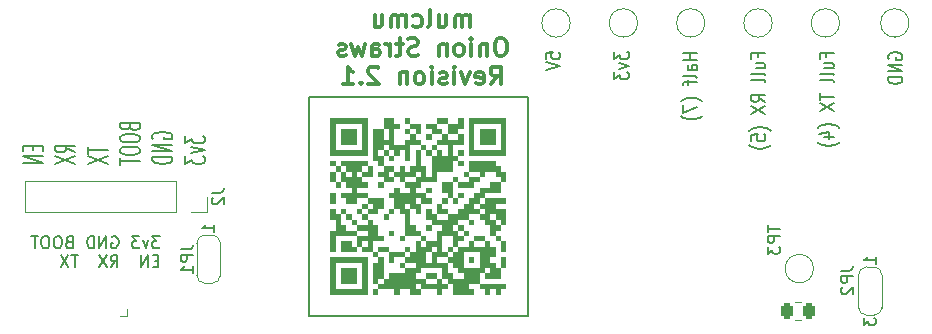
<source format=gbr>
%TF.GenerationSoftware,KiCad,Pcbnew,9.0.6*%
%TF.CreationDate,2026-02-07T10:01:58-05:00*%
%TF.ProjectId,OnionStraws,4f6e696f-6e53-4747-9261-77732e6b6963,rev?*%
%TF.SameCoordinates,Original*%
%TF.FileFunction,Legend,Bot*%
%TF.FilePolarity,Positive*%
%FSLAX46Y46*%
G04 Gerber Fmt 4.6, Leading zero omitted, Abs format (unit mm)*
G04 Created by KiCad (PCBNEW 9.0.6) date 2026-02-07 10:01:58*
%MOMM*%
%LPD*%
G01*
G04 APERTURE LIST*
G04 Aperture macros list*
%AMRoundRect*
0 Rectangle with rounded corners*
0 $1 Rounding radius*
0 $2 $3 $4 $5 $6 $7 $8 $9 X,Y pos of 4 corners*
0 Add a 4 corners polygon primitive as box body*
4,1,4,$2,$3,$4,$5,$6,$7,$8,$9,$2,$3,0*
0 Add four circle primitives for the rounded corners*
1,1,$1+$1,$2,$3*
1,1,$1+$1,$4,$5*
1,1,$1+$1,$6,$7*
1,1,$1+$1,$8,$9*
0 Add four rect primitives between the rounded corners*
20,1,$1+$1,$2,$3,$4,$5,0*
20,1,$1+$1,$4,$5,$6,$7,0*
20,1,$1+$1,$6,$7,$8,$9,0*
20,1,$1+$1,$8,$9,$2,$3,0*%
%AMFreePoly0*
4,1,23,0.550000,-0.750000,0.000000,-0.750000,0.000000,-0.745722,-0.065263,-0.745722,-0.191342,-0.711940,-0.304381,-0.646677,-0.396677,-0.554381,-0.461940,-0.441342,-0.495722,-0.315263,-0.495722,-0.250000,-0.500000,-0.250000,-0.500000,0.250000,-0.495722,0.250000,-0.495722,0.315263,-0.461940,0.441342,-0.396677,0.554381,-0.304381,0.646677,-0.191342,0.711940,-0.065263,0.745722,0.000000,0.745722,
0.000000,0.750000,0.550000,0.750000,0.550000,-0.750000,0.550000,-0.750000,$1*%
%AMFreePoly1*
4,1,23,0.000000,0.745722,0.065263,0.745722,0.191342,0.711940,0.304381,0.646677,0.396677,0.554381,0.461940,0.441342,0.495722,0.315263,0.495722,0.250000,0.500000,0.250000,0.500000,-0.250000,0.495722,-0.250000,0.495722,-0.315263,0.461940,-0.441342,0.396677,-0.554381,0.304381,-0.646677,0.191342,-0.711940,0.065263,-0.745722,0.000000,-0.745722,0.000000,-0.750000,-0.550000,-0.750000,
-0.550000,0.750000,0.000000,0.750000,0.000000,0.745722,0.000000,0.745722,$1*%
G04 Aperture macros list end*
%ADD10C,0.000000*%
%ADD11C,0.200000*%
%ADD12C,0.300000*%
%ADD13C,0.150000*%
%ADD14C,0.120000*%
%ADD15C,0.100000*%
%ADD16C,3.200000*%
%ADD17R,1.500000X1.500000*%
%ADD18C,1.500000*%
%ADD19C,2.000000*%
%ADD20RoundRect,0.250000X-0.262500X-0.450000X0.262500X-0.450000X0.262500X0.450000X-0.262500X0.450000X0*%
%ADD21C,0.990600*%
%ADD22C,0.787400*%
%ADD23FreePoly0,270.000000*%
%ADD24R,1.500000X1.000000*%
%ADD25FreePoly1,270.000000*%
%ADD26R,1.700000X1.700000*%
%ADD27O,1.700000X1.700000*%
G04 APERTURE END LIST*
D10*
G36*
X84255283Y-97758538D02*
G01*
X83803556Y-97758538D01*
X83803556Y-97306810D01*
X84255283Y-97306810D01*
X84255283Y-97758538D01*
G37*
G36*
X75220731Y-97306810D02*
G01*
X74769003Y-97306810D01*
X74769003Y-96855082D01*
X75220731Y-96855082D01*
X75220731Y-97306810D01*
G37*
G36*
X82900100Y-96403355D02*
G01*
X82448373Y-96403355D01*
X82448373Y-95951627D01*
X82900100Y-95951627D01*
X82900100Y-96403355D01*
G37*
G36*
X72058638Y-97758538D02*
G01*
X71606910Y-97758538D01*
X71606910Y-97306810D01*
X72058638Y-97306810D01*
X72058638Y-97758538D01*
G37*
G36*
X77479370Y-104082725D02*
G01*
X77027641Y-104082725D01*
X77027641Y-103630996D01*
X77479370Y-103630996D01*
X77479370Y-104082725D01*
G37*
G36*
X74769003Y-106341362D02*
G01*
X74317276Y-106341362D01*
X74317276Y-105889635D01*
X74769003Y-105889635D01*
X74769003Y-106341362D01*
G37*
G36*
X84707012Y-100468903D02*
G01*
X84255283Y-100468903D01*
X84255283Y-100017176D01*
X84707012Y-100017176D01*
X84707012Y-100468903D01*
G37*
G36*
X77027641Y-104082725D02*
G01*
X76575914Y-104082725D01*
X76575914Y-103630996D01*
X77027641Y-103630996D01*
X77027641Y-104082725D01*
G37*
G36*
X83803556Y-97758538D02*
G01*
X83351829Y-97758538D01*
X83351829Y-97306810D01*
X83803556Y-97306810D01*
X83803556Y-97758538D01*
G37*
G36*
X82448373Y-104986179D02*
G01*
X81996646Y-104986179D01*
X81996646Y-104534452D01*
X82448373Y-104534452D01*
X82448373Y-104986179D01*
G37*
G36*
X72962093Y-99565449D02*
G01*
X72510365Y-99565449D01*
X72510365Y-99113720D01*
X72962093Y-99113720D01*
X72962093Y-99565449D01*
G37*
G36*
X75672459Y-106793091D02*
G01*
X75220731Y-106793091D01*
X75220731Y-106341362D01*
X75672459Y-106341362D01*
X75672459Y-106793091D01*
G37*
G36*
X77027641Y-105437908D02*
G01*
X76575914Y-105437908D01*
X76575914Y-104986179D01*
X77027641Y-104986179D01*
X77027641Y-105437908D01*
G37*
G36*
X78834553Y-100920632D02*
G01*
X78382824Y-100920632D01*
X78382824Y-100468903D01*
X78834553Y-100468903D01*
X78834553Y-100920632D01*
G37*
G36*
X74317276Y-96855082D02*
G01*
X73865548Y-96855082D01*
X73865548Y-96403355D01*
X74317276Y-96403355D01*
X74317276Y-96855082D01*
G37*
G36*
X84255283Y-99113720D02*
G01*
X83803556Y-99113720D01*
X83803556Y-98661993D01*
X84255283Y-98661993D01*
X84255283Y-99113720D01*
G37*
G36*
X73865548Y-99113720D02*
G01*
X73413821Y-99113720D01*
X73413821Y-98661993D01*
X73865548Y-98661993D01*
X73865548Y-99113720D01*
G37*
G36*
X74317276Y-93241261D02*
G01*
X73865548Y-93241261D01*
X73865548Y-92789534D01*
X74317276Y-92789534D01*
X74317276Y-93241261D01*
G37*
G36*
X75220731Y-96403355D02*
G01*
X74769003Y-96403355D01*
X74769003Y-95951627D01*
X75220731Y-95951627D01*
X75220731Y-96403355D01*
G37*
G36*
X74317276Y-104534452D02*
G01*
X73865548Y-104534452D01*
X73865548Y-104082725D01*
X74317276Y-104082725D01*
X74317276Y-104534452D01*
G37*
G36*
X78834553Y-96855082D02*
G01*
X78382824Y-96855082D01*
X78382824Y-96403355D01*
X78834553Y-96403355D01*
X78834553Y-96855082D01*
G37*
G36*
X77479370Y-94144717D02*
G01*
X77027641Y-94144717D01*
X77027641Y-93692989D01*
X77479370Y-93692989D01*
X77479370Y-94144717D01*
G37*
G36*
X83351829Y-106341362D02*
G01*
X82900100Y-106341362D01*
X82900100Y-105889635D01*
X83351829Y-105889635D01*
X83351829Y-106341362D01*
G37*
G36*
X76575914Y-100468903D02*
G01*
X76124186Y-100468903D01*
X76124186Y-100017176D01*
X76575914Y-100017176D01*
X76575914Y-100468903D01*
G37*
G36*
X73865548Y-104534452D02*
G01*
X73413821Y-104534452D01*
X73413821Y-104082725D01*
X73865548Y-104082725D01*
X73865548Y-104534452D01*
G37*
G36*
X76124186Y-99565449D02*
G01*
X75672459Y-99565449D01*
X75672459Y-99113720D01*
X76124186Y-99113720D01*
X76124186Y-99565449D01*
G37*
G36*
X82448373Y-105889635D02*
G01*
X81996646Y-105889635D01*
X81996646Y-105437908D01*
X82448373Y-105437908D01*
X82448373Y-105889635D01*
G37*
G36*
X72510365Y-101372359D02*
G01*
X72058638Y-101372359D01*
X72058638Y-100920632D01*
X72510365Y-100920632D01*
X72510365Y-101372359D01*
G37*
G36*
X78382824Y-102727542D02*
G01*
X77931097Y-102727542D01*
X77931097Y-102275814D01*
X78382824Y-102275814D01*
X78382824Y-102727542D01*
G37*
G36*
X79738007Y-100017176D02*
G01*
X79286280Y-100017176D01*
X79286280Y-99565449D01*
X79738007Y-99565449D01*
X79738007Y-100017176D01*
G37*
G36*
X83803556Y-98210265D02*
G01*
X83351829Y-98210265D01*
X83351829Y-97758538D01*
X83803556Y-97758538D01*
X83803556Y-98210265D01*
G37*
G36*
X81996646Y-105437908D02*
G01*
X81544917Y-105437908D01*
X81544917Y-104986179D01*
X81996646Y-104986179D01*
X81996646Y-105437908D01*
G37*
G36*
X83351829Y-103179269D02*
G01*
X82900100Y-103179269D01*
X82900100Y-102727542D01*
X83351829Y-102727542D01*
X83351829Y-103179269D01*
G37*
G36*
X78382824Y-99113720D02*
G01*
X77931097Y-99113720D01*
X77931097Y-98661993D01*
X78382824Y-98661993D01*
X78382824Y-99113720D01*
G37*
G36*
X84707012Y-103179269D02*
G01*
X84255283Y-103179269D01*
X84255283Y-102727542D01*
X84707012Y-102727542D01*
X84707012Y-103179269D01*
G37*
G36*
X75220731Y-98661993D02*
G01*
X74769003Y-98661993D01*
X74769003Y-98210265D01*
X75220731Y-98210265D01*
X75220731Y-98661993D01*
G37*
G36*
X79286280Y-103630996D02*
G01*
X78834553Y-103630996D01*
X78834553Y-103179269D01*
X79286280Y-103179269D01*
X79286280Y-103630996D01*
G37*
G36*
X73413821Y-100920632D02*
G01*
X72962093Y-100920632D01*
X72962093Y-100468903D01*
X73413821Y-100468903D01*
X73413821Y-100920632D01*
G37*
G36*
X73865548Y-101372359D02*
G01*
X73413821Y-101372359D01*
X73413821Y-100920632D01*
X73865548Y-100920632D01*
X73865548Y-101372359D01*
G37*
G36*
X77027641Y-96403355D02*
G01*
X76575914Y-96403355D01*
X76575914Y-95951627D01*
X77027641Y-95951627D01*
X77027641Y-96403355D01*
G37*
G36*
X84707012Y-104534452D02*
G01*
X84255283Y-104534452D01*
X84255283Y-104082725D01*
X84707012Y-104082725D01*
X84707012Y-104534452D01*
G37*
G36*
X73865548Y-93692989D02*
G01*
X73413821Y-93692989D01*
X73413821Y-93241261D01*
X73865548Y-93241261D01*
X73865548Y-93692989D01*
G37*
G36*
X80641463Y-93241261D02*
G01*
X80189735Y-93241261D01*
X80189735Y-92789534D01*
X80641463Y-92789534D01*
X80641463Y-93241261D01*
G37*
G36*
X72962093Y-101372359D02*
G01*
X72510365Y-101372359D01*
X72510365Y-100920632D01*
X72962093Y-100920632D01*
X72962093Y-101372359D01*
G37*
G36*
X77479370Y-106793091D02*
G01*
X77027641Y-106793091D01*
X77027641Y-106341362D01*
X77479370Y-106341362D01*
X77479370Y-106793091D01*
G37*
G36*
X83351829Y-99113720D02*
G01*
X82900100Y-99113720D01*
X82900100Y-98661993D01*
X83351829Y-98661993D01*
X83351829Y-99113720D01*
G37*
G36*
X72058638Y-96855082D02*
G01*
X71606910Y-96855082D01*
X71606910Y-96403355D01*
X72058638Y-96403355D01*
X72058638Y-96855082D01*
G37*
G36*
X77479370Y-97306810D02*
G01*
X77027641Y-97306810D01*
X77027641Y-96855082D01*
X77479370Y-96855082D01*
X77479370Y-97306810D01*
G37*
G36*
X73865548Y-93241261D02*
G01*
X73413821Y-93241261D01*
X73413821Y-92789534D01*
X73865548Y-92789534D01*
X73865548Y-93241261D01*
G37*
G36*
X84255283Y-96403355D02*
G01*
X83803556Y-96403355D01*
X83803556Y-95951627D01*
X84255283Y-95951627D01*
X84255283Y-96403355D01*
G37*
G36*
X71606910Y-97758538D02*
G01*
X71155182Y-97758538D01*
X71155182Y-97306810D01*
X71606910Y-97306810D01*
X71606910Y-97758538D01*
G37*
G36*
X80641463Y-104082725D02*
G01*
X80189735Y-104082725D01*
X80189735Y-103630996D01*
X80641463Y-103630996D01*
X80641463Y-104082725D01*
G37*
G36*
X83803556Y-96403355D02*
G01*
X83351829Y-96403355D01*
X83351829Y-95951627D01*
X83803556Y-95951627D01*
X83803556Y-96403355D01*
G37*
G36*
X83351829Y-100920632D02*
G01*
X82900100Y-100920632D01*
X82900100Y-100468903D01*
X83351829Y-100468903D01*
X83351829Y-100920632D01*
G37*
G36*
X80189735Y-96403355D02*
G01*
X79738007Y-96403355D01*
X79738007Y-95951627D01*
X80189735Y-95951627D01*
X80189735Y-96403355D01*
G37*
G36*
X79738007Y-105437908D02*
G01*
X79286280Y-105437908D01*
X79286280Y-104986179D01*
X79738007Y-104986179D01*
X79738007Y-105437908D01*
G37*
G36*
X74317276Y-103179269D02*
G01*
X73865548Y-103179269D01*
X73865548Y-102727542D01*
X74317276Y-102727542D01*
X74317276Y-103179269D01*
G37*
G36*
X84255283Y-106793091D02*
G01*
X83803556Y-106793091D01*
X83803556Y-106341362D01*
X84255283Y-106341362D01*
X84255283Y-106793091D01*
G37*
G36*
X70703455Y-97758538D02*
G01*
X70251727Y-97758538D01*
X70251727Y-97306810D01*
X70703455Y-97306810D01*
X70703455Y-97758538D01*
G37*
G36*
X76124186Y-103630996D02*
G01*
X75672459Y-103630996D01*
X75672459Y-103179269D01*
X76124186Y-103179269D01*
X76124186Y-103630996D01*
G37*
G36*
X81996646Y-106793091D02*
G01*
X81544917Y-106793091D01*
X81544917Y-106341362D01*
X81996646Y-106341362D01*
X81996646Y-106793091D01*
G37*
G36*
X76575914Y-97758538D02*
G01*
X76124186Y-97758538D01*
X76124186Y-97306810D01*
X76575914Y-97306810D01*
X76575914Y-97758538D01*
G37*
G36*
X84255283Y-98210265D02*
G01*
X83803556Y-98210265D01*
X83803556Y-97758538D01*
X84255283Y-97758538D01*
X84255283Y-98210265D01*
G37*
G36*
X83351829Y-102727542D02*
G01*
X82900100Y-102727542D01*
X82900100Y-102275814D01*
X83351829Y-102275814D01*
X83351829Y-102727542D01*
G37*
G36*
X71155182Y-95951627D02*
G01*
X70703455Y-95951627D01*
X70703455Y-95499900D01*
X71155182Y-95499900D01*
X71155182Y-95951627D01*
G37*
G36*
X78834553Y-103630996D02*
G01*
X78382824Y-103630996D01*
X78382824Y-103179269D01*
X78834553Y-103179269D01*
X78834553Y-103630996D01*
G37*
G36*
X78382824Y-103179269D02*
G01*
X77931097Y-103179269D01*
X77931097Y-102727542D01*
X78382824Y-102727542D01*
X78382824Y-103179269D01*
G37*
G36*
X74317276Y-97758538D02*
G01*
X73865548Y-97758538D01*
X73865548Y-97306810D01*
X74317276Y-97306810D01*
X74317276Y-97758538D01*
G37*
G36*
X72510365Y-102727542D02*
G01*
X72058638Y-102727542D01*
X72058638Y-102275814D01*
X72510365Y-102275814D01*
X72510365Y-102727542D01*
G37*
G36*
X74769003Y-100468903D02*
G01*
X74317276Y-100468903D01*
X74317276Y-100017176D01*
X74769003Y-100017176D01*
X74769003Y-100468903D01*
G37*
G36*
X70251727Y-102727542D02*
G01*
X69800000Y-102727542D01*
X69800000Y-102275814D01*
X70251727Y-102275814D01*
X70251727Y-102727542D01*
G37*
G36*
X76124186Y-97306810D02*
G01*
X75672459Y-97306810D01*
X75672459Y-96855082D01*
X76124186Y-96855082D01*
X76124186Y-97306810D01*
G37*
G36*
X73413821Y-96855082D02*
G01*
X72962093Y-96855082D01*
X72962093Y-96403355D01*
X73413821Y-96403355D01*
X73413821Y-96855082D01*
G37*
G36*
X83351829Y-104534452D02*
G01*
X82900100Y-104534452D01*
X82900100Y-104082725D01*
X83351829Y-104082725D01*
X83351829Y-104534452D01*
G37*
G36*
X72058638Y-95951627D02*
G01*
X71606910Y-95951627D01*
X71606910Y-95499900D01*
X72058638Y-95499900D01*
X72058638Y-95951627D01*
G37*
G36*
X82900100Y-98661993D02*
G01*
X82448373Y-98661993D01*
X82448373Y-98210265D01*
X82900100Y-98210265D01*
X82900100Y-98661993D01*
G37*
G36*
X76575914Y-99113720D02*
G01*
X76124186Y-99113720D01*
X76124186Y-98661993D01*
X76575914Y-98661993D01*
X76575914Y-99113720D01*
G37*
G36*
X84707012Y-102727542D02*
G01*
X84255283Y-102727542D01*
X84255283Y-102275814D01*
X84707012Y-102275814D01*
X84707012Y-102727542D01*
G37*
G36*
X81093190Y-97758538D02*
G01*
X80641463Y-97758538D01*
X80641463Y-97306810D01*
X81093190Y-97306810D01*
X81093190Y-97758538D01*
G37*
G36*
X82900100Y-104986179D02*
G01*
X82448373Y-104986179D01*
X82448373Y-104534452D01*
X82900100Y-104534452D01*
X82900100Y-104986179D01*
G37*
G36*
X72962093Y-98661993D02*
G01*
X72510365Y-98661993D01*
X72510365Y-98210265D01*
X72962093Y-98210265D01*
X72962093Y-98661993D01*
G37*
G36*
X72510365Y-96403355D02*
G01*
X72058638Y-96403355D01*
X72058638Y-95951627D01*
X72510365Y-95951627D01*
X72510365Y-96403355D01*
G37*
G36*
X80189735Y-100920632D02*
G01*
X79738007Y-100920632D01*
X79738007Y-100468903D01*
X80189735Y-100468903D01*
X80189735Y-100920632D01*
G37*
G36*
X76124186Y-94596444D02*
G01*
X75672459Y-94596444D01*
X75672459Y-94144717D01*
X76124186Y-94144717D01*
X76124186Y-94596444D01*
G37*
G36*
X78834553Y-102727542D02*
G01*
X78382824Y-102727542D01*
X78382824Y-102275814D01*
X78834553Y-102275814D01*
X78834553Y-102727542D01*
G37*
G36*
X79286280Y-100017176D02*
G01*
X78834553Y-100017176D01*
X78834553Y-99565449D01*
X79286280Y-99565449D01*
X79286280Y-100017176D01*
G37*
G36*
X82900100Y-96855082D02*
G01*
X82448373Y-96855082D01*
X82448373Y-96403355D01*
X82900100Y-96403355D01*
X82900100Y-96855082D01*
G37*
G36*
X80641463Y-99113720D02*
G01*
X80189735Y-99113720D01*
X80189735Y-98661993D01*
X80641463Y-98661993D01*
X80641463Y-99113720D01*
G37*
G36*
X77027641Y-101824086D02*
G01*
X76575914Y-101824086D01*
X76575914Y-101372359D01*
X77027641Y-101372359D01*
X77027641Y-101824086D01*
G37*
G36*
X80641463Y-105889635D02*
G01*
X80189735Y-105889635D01*
X80189735Y-105437908D01*
X80641463Y-105437908D01*
X80641463Y-105889635D01*
G37*
G36*
X70251727Y-98661993D02*
G01*
X69800000Y-98661993D01*
X69800000Y-98210265D01*
X70251727Y-98210265D01*
X70251727Y-98661993D01*
G37*
G36*
X81996646Y-96403355D02*
G01*
X81544917Y-96403355D01*
X81544917Y-95951627D01*
X81996646Y-95951627D01*
X81996646Y-96403355D01*
G37*
G36*
X70251727Y-99113720D02*
G01*
X69800000Y-99113720D01*
X69800000Y-98661993D01*
X70251727Y-98661993D01*
X70251727Y-99113720D01*
G37*
G36*
X77931097Y-96403355D02*
G01*
X77479370Y-96403355D01*
X77479370Y-95951627D01*
X77931097Y-95951627D01*
X77931097Y-96403355D01*
G37*
G36*
X74769003Y-96855082D02*
G01*
X74317276Y-96855082D01*
X74317276Y-96403355D01*
X74769003Y-96403355D01*
X74769003Y-96855082D01*
G37*
G36*
X77479370Y-100017176D02*
G01*
X77027641Y-100017176D01*
X77027641Y-99565449D01*
X77479370Y-99565449D01*
X77479370Y-100017176D01*
G37*
G36*
X79738007Y-100920632D02*
G01*
X79286280Y-100920632D01*
X79286280Y-100468903D01*
X79738007Y-100468903D01*
X79738007Y-100920632D01*
G37*
G36*
X81093190Y-104986179D02*
G01*
X80641463Y-104986179D01*
X80641463Y-104534452D01*
X81093190Y-104534452D01*
X81093190Y-104986179D01*
G37*
G36*
X73413821Y-102275814D02*
G01*
X72962093Y-102275814D01*
X72962093Y-101824086D01*
X73413821Y-101824086D01*
X73413821Y-102275814D01*
G37*
G36*
X82448373Y-97306810D02*
G01*
X81996646Y-97306810D01*
X81996646Y-96855082D01*
X82448373Y-96855082D01*
X82448373Y-97306810D01*
G37*
G36*
X84707012Y-104082725D02*
G01*
X84255283Y-104082725D01*
X84255283Y-103630996D01*
X84707012Y-103630996D01*
X84707012Y-104082725D01*
G37*
G36*
X77931097Y-103630996D02*
G01*
X77479370Y-103630996D01*
X77479370Y-103179269D01*
X77931097Y-103179269D01*
X77931097Y-103630996D01*
G37*
G36*
X84707012Y-106341362D02*
G01*
X84255283Y-106341362D01*
X84255283Y-105889635D01*
X84707012Y-105889635D01*
X84707012Y-106341362D01*
G37*
G36*
X77027641Y-99565449D02*
G01*
X76575914Y-99565449D01*
X76575914Y-99113720D01*
X77027641Y-99113720D01*
X77027641Y-99565449D01*
G37*
G36*
X72058638Y-103179269D02*
G01*
X71606910Y-103179269D01*
X71606910Y-102727542D01*
X72058638Y-102727542D01*
X72058638Y-103179269D01*
G37*
G36*
X70251727Y-102275814D02*
G01*
X69800000Y-102275814D01*
X69800000Y-101824086D01*
X70251727Y-101824086D01*
X70251727Y-102275814D01*
G37*
G36*
X70703455Y-100920632D02*
G01*
X70251727Y-100920632D01*
X70251727Y-100468903D01*
X70703455Y-100468903D01*
X70703455Y-100920632D01*
G37*
G36*
X75672459Y-98210265D02*
G01*
X75220731Y-98210265D01*
X75220731Y-97758538D01*
X75672459Y-97758538D01*
X75672459Y-98210265D01*
G37*
G36*
X74769003Y-97306810D02*
G01*
X74317276Y-97306810D01*
X74317276Y-96855082D01*
X74769003Y-96855082D01*
X74769003Y-97306810D01*
G37*
G36*
X75220731Y-94596444D02*
G01*
X74769003Y-94596444D01*
X74769003Y-94144717D01*
X75220731Y-94144717D01*
X75220731Y-94596444D01*
G37*
G36*
X81093190Y-92337806D02*
G01*
X80641463Y-92337806D01*
X80641463Y-91886079D01*
X81093190Y-91886079D01*
X81093190Y-92337806D01*
G37*
G36*
X82448373Y-99113720D02*
G01*
X81996646Y-99113720D01*
X81996646Y-98661993D01*
X82448373Y-98661993D01*
X82448373Y-99113720D01*
G37*
G36*
X82448373Y-102275814D02*
G01*
X81996646Y-102275814D01*
X81996646Y-101824086D01*
X82448373Y-101824086D01*
X82448373Y-102275814D01*
G37*
G36*
X81996646Y-100017176D02*
G01*
X81544917Y-100017176D01*
X81544917Y-99565449D01*
X81996646Y-99565449D01*
X81996646Y-100017176D01*
G37*
G36*
X76575914Y-104986179D02*
G01*
X76124186Y-104986179D01*
X76124186Y-104534452D01*
X76575914Y-104534452D01*
X76575914Y-104986179D01*
G37*
G36*
X81544917Y-101824086D02*
G01*
X81093190Y-101824086D01*
X81093190Y-101372359D01*
X81544917Y-101372359D01*
X81544917Y-101824086D01*
G37*
G36*
X75672459Y-105437908D02*
G01*
X75220731Y-105437908D01*
X75220731Y-104986179D01*
X75672459Y-104986179D01*
X75672459Y-105437908D01*
G37*
G36*
X72510365Y-97306810D02*
G01*
X72058638Y-97306810D01*
X72058638Y-96855082D01*
X72510365Y-96855082D01*
X72510365Y-97306810D01*
G37*
G36*
X80189735Y-95048172D02*
G01*
X79738007Y-95048172D01*
X79738007Y-94596444D01*
X80189735Y-94596444D01*
X80189735Y-95048172D01*
G37*
G36*
X79286280Y-99565449D02*
G01*
X78834553Y-99565449D01*
X78834553Y-99113720D01*
X79286280Y-99113720D01*
X79286280Y-99565449D01*
G37*
G36*
X73865548Y-103630996D02*
G01*
X73413821Y-103630996D01*
X73413821Y-103179269D01*
X73865548Y-103179269D01*
X73865548Y-103630996D01*
G37*
G36*
X76575914Y-93241261D02*
G01*
X76124186Y-93241261D01*
X76124186Y-92789534D01*
X76575914Y-92789534D01*
X76575914Y-93241261D01*
G37*
G36*
X76124186Y-100017176D02*
G01*
X75672459Y-100017176D01*
X75672459Y-99565449D01*
X76124186Y-99565449D01*
X76124186Y-100017176D01*
G37*
G36*
X77479370Y-97758538D02*
G01*
X77027641Y-97758538D01*
X77027641Y-97306810D01*
X77479370Y-97306810D01*
X77479370Y-97758538D01*
G37*
G36*
X74317276Y-104082725D02*
G01*
X73865548Y-104082725D01*
X73865548Y-103630996D01*
X74317276Y-103630996D01*
X74317276Y-104082725D01*
G37*
G36*
X77027641Y-93692989D02*
G01*
X76575914Y-93692989D01*
X76575914Y-93241261D01*
X77027641Y-93241261D01*
X77027641Y-93692989D01*
G37*
G36*
X79286280Y-101824086D02*
G01*
X78834553Y-101824086D01*
X78834553Y-101372359D01*
X79286280Y-101372359D01*
X79286280Y-101824086D01*
G37*
G36*
X76124186Y-96855082D02*
G01*
X75672459Y-96855082D01*
X75672459Y-96403355D01*
X76124186Y-96403355D01*
X76124186Y-96855082D01*
G37*
G36*
X77027641Y-94144717D02*
G01*
X76575914Y-94144717D01*
X76575914Y-93692989D01*
X77027641Y-93692989D01*
X77027641Y-94144717D01*
G37*
G36*
X83803556Y-103630996D02*
G01*
X83351829Y-103630996D01*
X83351829Y-103179269D01*
X83803556Y-103179269D01*
X83803556Y-103630996D01*
G37*
G36*
X73413821Y-96403355D02*
G01*
X72962093Y-96403355D01*
X72962093Y-95951627D01*
X73413821Y-95951627D01*
X73413821Y-96403355D01*
G37*
G36*
X79738007Y-101372359D02*
G01*
X79286280Y-101372359D01*
X79286280Y-100920632D01*
X79738007Y-100920632D01*
X79738007Y-101372359D01*
G37*
G36*
X83803556Y-101824086D02*
G01*
X83351829Y-101824086D01*
X83351829Y-101372359D01*
X83803556Y-101372359D01*
X83803556Y-101824086D01*
G37*
G36*
X73413821Y-102727542D02*
G01*
X72962093Y-102727542D01*
X72962093Y-102275814D01*
X73413821Y-102275814D01*
X73413821Y-102727542D01*
G37*
G36*
X83803556Y-94144717D02*
G01*
X82448373Y-94144717D01*
X82448373Y-92789534D01*
X83803556Y-92789534D01*
X83803556Y-94144717D01*
G37*
G36*
X78382824Y-95048172D02*
G01*
X77931097Y-95048172D01*
X77931097Y-94596444D01*
X78382824Y-94596444D01*
X78382824Y-95048172D01*
G37*
G36*
X75220731Y-94144717D02*
G01*
X74769003Y-94144717D01*
X74769003Y-93692989D01*
X75220731Y-93692989D01*
X75220731Y-94144717D01*
G37*
G36*
X79738007Y-99113720D02*
G01*
X79286280Y-99113720D01*
X79286280Y-98661993D01*
X79738007Y-98661993D01*
X79738007Y-99113720D01*
G37*
G36*
X75220731Y-105437908D02*
G01*
X74769003Y-105437908D01*
X74769003Y-104986179D01*
X75220731Y-104986179D01*
X75220731Y-105437908D01*
G37*
G36*
X81544917Y-105889635D02*
G01*
X81093190Y-105889635D01*
X81093190Y-105437908D01*
X81544917Y-105437908D01*
X81544917Y-105889635D01*
G37*
G36*
X81544917Y-96855082D02*
G01*
X81093190Y-96855082D01*
X81093190Y-96403355D01*
X81544917Y-96403355D01*
X81544917Y-96855082D01*
G37*
G36*
X75672459Y-96855082D02*
G01*
X75220731Y-96855082D01*
X75220731Y-96403355D01*
X75672459Y-96403355D01*
X75672459Y-96855082D01*
G37*
G36*
X83351829Y-99565449D02*
G01*
X82900100Y-99565449D01*
X82900100Y-99113720D01*
X83351829Y-99113720D01*
X83351829Y-99565449D01*
G37*
G36*
X81093190Y-105889635D02*
G01*
X80641463Y-105889635D01*
X80641463Y-105437908D01*
X81093190Y-105437908D01*
X81093190Y-105889635D01*
G37*
G36*
X72510365Y-100017176D02*
G01*
X72058638Y-100017176D01*
X72058638Y-99565449D01*
X72510365Y-99565449D01*
X72510365Y-100017176D01*
G37*
G36*
X77479370Y-93241261D02*
G01*
X77027641Y-93241261D01*
X77027641Y-92789534D01*
X77479370Y-92789534D01*
X77479370Y-93241261D01*
G37*
G36*
X70251727Y-95951627D02*
G01*
X69800000Y-95951627D01*
X69800000Y-95499900D01*
X70251727Y-95499900D01*
X70251727Y-95951627D01*
G37*
G36*
X80641463Y-94144717D02*
G01*
X80189735Y-94144717D01*
X80189735Y-93692989D01*
X80641463Y-93692989D01*
X80641463Y-94144717D01*
G37*
G36*
X77479370Y-104534452D02*
G01*
X77027641Y-104534452D01*
X77027641Y-104082725D01*
X77479370Y-104082725D01*
X77479370Y-104534452D01*
G37*
G36*
X81996646Y-103179269D02*
G01*
X81544917Y-103179269D01*
X81544917Y-102727542D01*
X81996646Y-102727542D01*
X81996646Y-103179269D01*
G37*
G36*
X79738007Y-95951627D02*
G01*
X79286280Y-95951627D01*
X79286280Y-95499900D01*
X79738007Y-95499900D01*
X79738007Y-95951627D01*
G37*
G36*
X80189735Y-98661993D02*
G01*
X79738007Y-98661993D01*
X79738007Y-98210265D01*
X80189735Y-98210265D01*
X80189735Y-98661993D01*
G37*
G36*
X73413821Y-103179269D02*
G01*
X72962093Y-103179269D01*
X72962093Y-102727542D01*
X73413821Y-102727542D01*
X73413821Y-103179269D01*
G37*
G36*
X72962093Y-95048172D02*
G01*
X69800000Y-95048172D01*
X69800000Y-94596444D01*
X69800000Y-92337806D01*
X70251727Y-92337806D01*
X70251727Y-94596444D01*
X72510365Y-94596444D01*
X72510365Y-92337806D01*
X70251727Y-92337806D01*
X69800000Y-92337806D01*
X69800000Y-91886079D01*
X72962093Y-91886079D01*
X72962093Y-95048172D01*
G37*
G36*
X73865548Y-100017176D02*
G01*
X73413821Y-100017176D01*
X73413821Y-99565449D01*
X73865548Y-99565449D01*
X73865548Y-100017176D01*
G37*
G36*
X73865548Y-99565449D02*
G01*
X73413821Y-99565449D01*
X73413821Y-99113720D01*
X73865548Y-99113720D01*
X73865548Y-99565449D01*
G37*
G36*
X75220731Y-93241261D02*
G01*
X74769003Y-93241261D01*
X74769003Y-92789534D01*
X75220731Y-92789534D01*
X75220731Y-93241261D01*
G37*
G36*
X79738007Y-97758538D02*
G01*
X79286280Y-97758538D01*
X79286280Y-97306810D01*
X79738007Y-97306810D01*
X79738007Y-97758538D01*
G37*
G36*
X84707012Y-96855082D02*
G01*
X84255283Y-96855082D01*
X84255283Y-96403355D01*
X84707012Y-96403355D01*
X84707012Y-96855082D01*
G37*
G36*
X77027641Y-103630996D02*
G01*
X76575914Y-103630996D01*
X76575914Y-103179269D01*
X77027641Y-103179269D01*
X77027641Y-103630996D01*
G37*
G36*
X73865548Y-95499900D02*
G01*
X73413821Y-95499900D01*
X73413821Y-95048172D01*
X73865548Y-95048172D01*
X73865548Y-95499900D01*
G37*
G36*
X79286280Y-106793091D02*
G01*
X78834553Y-106793091D01*
X78834553Y-106341362D01*
X79286280Y-106341362D01*
X79286280Y-106793091D01*
G37*
G36*
X78382824Y-92789534D02*
G01*
X77931097Y-92789534D01*
X77931097Y-92337806D01*
X78382824Y-92337806D01*
X78382824Y-92789534D01*
G37*
G36*
X70703455Y-96403355D02*
G01*
X70251727Y-96403355D01*
X70251727Y-95951627D01*
X70703455Y-95951627D01*
X70703455Y-96403355D01*
G37*
G36*
X71606910Y-97306810D02*
G01*
X71155182Y-97306810D01*
X71155182Y-96855082D01*
X71606910Y-96855082D01*
X71606910Y-97306810D01*
G37*
G36*
X71155182Y-98661993D02*
G01*
X70703455Y-98661993D01*
X70703455Y-98210265D01*
X71155182Y-98210265D01*
X71155182Y-98661993D01*
G37*
G36*
X72962093Y-106793091D02*
G01*
X69800000Y-106793091D01*
X69800000Y-106341362D01*
X69800000Y-104082725D01*
X70251727Y-104082725D01*
X70251727Y-106341362D01*
X72510365Y-106341362D01*
X72510365Y-104082725D01*
X70251727Y-104082725D01*
X69800000Y-104082725D01*
X69800000Y-103630996D01*
X72962093Y-103630996D01*
X72962093Y-106793091D01*
G37*
G36*
X72058638Y-101824086D02*
G01*
X71606910Y-101824086D01*
X71606910Y-101372359D01*
X72058638Y-101372359D01*
X72058638Y-101824086D01*
G37*
G36*
X70251727Y-100468903D02*
G01*
X69800000Y-100468903D01*
X69800000Y-100017176D01*
X70251727Y-100017176D01*
X70251727Y-100468903D01*
G37*
G36*
X72962093Y-100468903D02*
G01*
X72510365Y-100468903D01*
X72510365Y-100017176D01*
X72962093Y-100017176D01*
X72962093Y-100468903D01*
G37*
G36*
X75220731Y-92337806D02*
G01*
X74769003Y-92337806D01*
X74769003Y-91886079D01*
X75220731Y-91886079D01*
X75220731Y-92337806D01*
G37*
G36*
X74317276Y-104986179D02*
G01*
X73865548Y-104986179D01*
X73865548Y-104534452D01*
X74317276Y-104534452D01*
X74317276Y-104986179D01*
G37*
G36*
X84707012Y-99113720D02*
G01*
X84255283Y-99113720D01*
X84255283Y-98661993D01*
X84707012Y-98661993D01*
X84707012Y-99113720D01*
G37*
G36*
X80641463Y-103630996D02*
G01*
X80189735Y-103630996D01*
X80189735Y-103179269D01*
X80641463Y-103179269D01*
X80641463Y-103630996D01*
G37*
G36*
X75220731Y-105889635D02*
G01*
X74769003Y-105889635D01*
X74769003Y-105437908D01*
X75220731Y-105437908D01*
X75220731Y-105889635D01*
G37*
G36*
X83803556Y-103179269D02*
G01*
X83351829Y-103179269D01*
X83351829Y-102727542D01*
X83803556Y-102727542D01*
X83803556Y-103179269D01*
G37*
G36*
X78834553Y-94596444D02*
G01*
X78382824Y-94596444D01*
X78382824Y-94144717D01*
X78834553Y-94144717D01*
X78834553Y-94596444D01*
G37*
G36*
X76575914Y-95048172D02*
G01*
X76124186Y-95048172D01*
X76124186Y-94596444D01*
X76575914Y-94596444D01*
X76575914Y-95048172D01*
G37*
G36*
X74769003Y-92789534D02*
G01*
X74317276Y-92789534D01*
X74317276Y-92337806D01*
X74769003Y-92337806D01*
X74769003Y-92789534D01*
G37*
G36*
X73865548Y-94596444D02*
G01*
X73413821Y-94596444D01*
X73413821Y-94144717D01*
X73865548Y-94144717D01*
X73865548Y-94596444D01*
G37*
G36*
X76124186Y-99113720D02*
G01*
X75672459Y-99113720D01*
X75672459Y-98661993D01*
X76124186Y-98661993D01*
X76124186Y-99113720D01*
G37*
G36*
X72058638Y-99113720D02*
G01*
X71606910Y-99113720D01*
X71606910Y-98661993D01*
X72058638Y-98661993D01*
X72058638Y-99113720D01*
G37*
G36*
X78834553Y-104082725D02*
G01*
X78382824Y-104082725D01*
X78382824Y-103630996D01*
X78834553Y-103630996D01*
X78834553Y-104082725D01*
G37*
G36*
X78834553Y-95499900D02*
G01*
X78382824Y-95499900D01*
X78382824Y-95048172D01*
X78834553Y-95048172D01*
X78834553Y-95499900D01*
G37*
G36*
X77479370Y-98661993D02*
G01*
X77027641Y-98661993D01*
X77027641Y-98210265D01*
X77479370Y-98210265D01*
X77479370Y-98661993D01*
G37*
G36*
X72962093Y-97758538D02*
G01*
X72510365Y-97758538D01*
X72510365Y-97306810D01*
X72962093Y-97306810D01*
X72962093Y-97758538D01*
G37*
G36*
X82448373Y-95951627D02*
G01*
X81996646Y-95951627D01*
X81996646Y-95499900D01*
X82448373Y-95499900D01*
X82448373Y-95951627D01*
G37*
G36*
X79286280Y-95048172D02*
G01*
X78834553Y-95048172D01*
X78834553Y-94596444D01*
X79286280Y-94596444D01*
X79286280Y-95048172D01*
G37*
G36*
X78382824Y-106341362D02*
G01*
X77931097Y-106341362D01*
X77931097Y-105889635D01*
X78382824Y-105889635D01*
X78382824Y-106341362D01*
G37*
G36*
X80189735Y-95951627D02*
G01*
X79738007Y-95951627D01*
X79738007Y-95499900D01*
X80189735Y-95499900D01*
X80189735Y-95951627D01*
G37*
G36*
X75220731Y-92789534D02*
G01*
X74769003Y-92789534D01*
X74769003Y-92337806D01*
X75220731Y-92337806D01*
X75220731Y-92789534D01*
G37*
G36*
X80189735Y-94596444D02*
G01*
X79738007Y-94596444D01*
X79738007Y-94144717D01*
X80189735Y-94144717D01*
X80189735Y-94596444D01*
G37*
G36*
X75672459Y-94596444D02*
G01*
X75220731Y-94596444D01*
X75220731Y-94144717D01*
X75672459Y-94144717D01*
X75672459Y-94596444D01*
G37*
G36*
X74317276Y-95499900D02*
G01*
X73865548Y-95499900D01*
X73865548Y-95048172D01*
X74317276Y-95048172D01*
X74317276Y-95499900D01*
G37*
G36*
X79738007Y-98210265D02*
G01*
X79286280Y-98210265D01*
X79286280Y-97758538D01*
X79738007Y-97758538D01*
X79738007Y-98210265D01*
G37*
G36*
X80641463Y-104534452D02*
G01*
X80189735Y-104534452D01*
X80189735Y-104082725D01*
X80641463Y-104082725D01*
X80641463Y-104534452D01*
G37*
G36*
X81093190Y-106793091D02*
G01*
X80641463Y-106793091D01*
X80641463Y-106341362D01*
X81093190Y-106341362D01*
X81093190Y-106793091D01*
G37*
G36*
X76575914Y-101824086D02*
G01*
X76124186Y-101824086D01*
X76124186Y-101372359D01*
X76575914Y-101372359D01*
X76575914Y-101824086D01*
G37*
G36*
X73413821Y-100017176D02*
G01*
X72962093Y-100017176D01*
X72962093Y-99565449D01*
X73413821Y-99565449D01*
X73413821Y-100017176D01*
G37*
G36*
X74317276Y-99565449D02*
G01*
X73865548Y-99565449D01*
X73865548Y-99113720D01*
X74317276Y-99113720D01*
X74317276Y-99565449D01*
G37*
G36*
X75672459Y-103630996D02*
G01*
X75220731Y-103630996D01*
X75220731Y-103179269D01*
X75672459Y-103179269D01*
X75672459Y-103630996D01*
G37*
G36*
X76575914Y-96855082D02*
G01*
X76124186Y-96855082D01*
X76124186Y-96403355D01*
X76575914Y-96403355D01*
X76575914Y-96855082D01*
G37*
G36*
X80641463Y-95499900D02*
G01*
X80189735Y-95499900D01*
X80189735Y-95048172D01*
X80641463Y-95048172D01*
X80641463Y-95499900D01*
G37*
G36*
X72058638Y-98210265D02*
G01*
X71606910Y-98210265D01*
X71606910Y-97758538D01*
X72058638Y-97758538D01*
X72058638Y-98210265D01*
G37*
G36*
X84707012Y-100017176D02*
G01*
X84255283Y-100017176D01*
X84255283Y-99565449D01*
X84707012Y-99565449D01*
X84707012Y-100017176D01*
G37*
G36*
X72058638Y-94144717D02*
G01*
X70703455Y-94144717D01*
X70703455Y-92789534D01*
X72058638Y-92789534D01*
X72058638Y-94144717D01*
G37*
G36*
X71155182Y-101824086D02*
G01*
X70703455Y-101824086D01*
X70703455Y-101372359D01*
X71155182Y-101372359D01*
X71155182Y-101824086D01*
G37*
G36*
X74317276Y-106341362D02*
G01*
X73865548Y-106341362D01*
X73865548Y-105889635D01*
X74317276Y-105889635D01*
X74317276Y-106341362D01*
G37*
G36*
X78834553Y-93241261D02*
G01*
X78382824Y-93241261D01*
X78382824Y-92789534D01*
X78834553Y-92789534D01*
X78834553Y-93241261D01*
G37*
G36*
X76124186Y-102275814D02*
G01*
X75672459Y-102275814D01*
X75672459Y-101824086D01*
X76124186Y-101824086D01*
X76124186Y-102275814D01*
G37*
G36*
X84707012Y-100920632D02*
G01*
X84255283Y-100920632D01*
X84255283Y-100468903D01*
X84707012Y-100468903D01*
X84707012Y-100920632D01*
G37*
G36*
X83803556Y-100920632D02*
G01*
X83351829Y-100920632D01*
X83351829Y-100468903D01*
X83803556Y-100468903D01*
X83803556Y-100920632D01*
G37*
G36*
X77931097Y-104534452D02*
G01*
X77479370Y-104534452D01*
X77479370Y-104082725D01*
X77931097Y-104082725D01*
X77931097Y-104534452D01*
G37*
G36*
X83803556Y-105437908D02*
G01*
X83351829Y-105437908D01*
X83351829Y-104986179D01*
X83803556Y-104986179D01*
X83803556Y-105437908D01*
G37*
G36*
X82448373Y-96403355D02*
G01*
X81996646Y-96403355D01*
X81996646Y-95951627D01*
X82448373Y-95951627D01*
X82448373Y-96403355D01*
G37*
G36*
X74317276Y-102275814D02*
G01*
X73865548Y-102275814D01*
X73865548Y-101824086D01*
X74317276Y-101824086D01*
X74317276Y-102275814D01*
G37*
G36*
X83351829Y-104082725D02*
G01*
X82900100Y-104082725D01*
X82900100Y-103630996D01*
X83351829Y-103630996D01*
X83351829Y-104082725D01*
G37*
G36*
X83351829Y-98210265D02*
G01*
X82900100Y-98210265D01*
X82900100Y-97758538D01*
X83351829Y-97758538D01*
X83351829Y-98210265D01*
G37*
G36*
X75220731Y-106341362D02*
G01*
X74769003Y-106341362D01*
X74769003Y-105889635D01*
X75220731Y-105889635D01*
X75220731Y-106341362D01*
G37*
G36*
X79286280Y-100920632D02*
G01*
X78834553Y-100920632D01*
X78834553Y-100468903D01*
X79286280Y-100468903D01*
X79286280Y-100920632D01*
G37*
G36*
X80641463Y-97306810D02*
G01*
X80189735Y-97306810D01*
X80189735Y-96855082D01*
X80641463Y-96855082D01*
X80641463Y-97306810D01*
G37*
G36*
X81093190Y-104082725D02*
G01*
X80641463Y-104082725D01*
X80641463Y-103630996D01*
X81093190Y-103630996D01*
X81093190Y-104082725D01*
G37*
G36*
X77479370Y-95951627D02*
G01*
X77027641Y-95951627D01*
X77027641Y-95499900D01*
X77479370Y-95499900D01*
X77479370Y-95951627D01*
G37*
G36*
X73413821Y-101824086D02*
G01*
X72962093Y-101824086D01*
X72962093Y-101372359D01*
X73413821Y-101372359D01*
X73413821Y-101824086D01*
G37*
G36*
X75220731Y-95499900D02*
G01*
X74769003Y-95499900D01*
X74769003Y-95048172D01*
X75220731Y-95048172D01*
X75220731Y-95499900D01*
G37*
G36*
X79738007Y-101824086D02*
G01*
X79286280Y-101824086D01*
X79286280Y-101372359D01*
X79738007Y-101372359D01*
X79738007Y-101824086D01*
G37*
G36*
X81996646Y-97758538D02*
G01*
X81544917Y-97758538D01*
X81544917Y-97306810D01*
X81996646Y-97306810D01*
X81996646Y-97758538D01*
G37*
G36*
X75672459Y-99113720D02*
G01*
X75220731Y-99113720D01*
X75220731Y-98661993D01*
X75672459Y-98661993D01*
X75672459Y-99113720D01*
G37*
G36*
X81996646Y-95951627D02*
G01*
X81544917Y-95951627D01*
X81544917Y-95499900D01*
X81996646Y-95499900D01*
X81996646Y-95951627D01*
G37*
G36*
X74769003Y-92337806D02*
G01*
X74317276Y-92337806D01*
X74317276Y-91886079D01*
X74769003Y-91886079D01*
X74769003Y-92337806D01*
G37*
G36*
X71155182Y-102727542D02*
G01*
X70703455Y-102727542D01*
X70703455Y-102275814D01*
X71155182Y-102275814D01*
X71155182Y-102727542D01*
G37*
G36*
X73413821Y-99113720D02*
G01*
X72962093Y-99113720D01*
X72962093Y-98661993D01*
X73413821Y-98661993D01*
X73413821Y-99113720D01*
G37*
G36*
X84255283Y-102275814D02*
G01*
X83803556Y-102275814D01*
X83803556Y-101824086D01*
X84255283Y-101824086D01*
X84255283Y-102275814D01*
G37*
G36*
X71606910Y-98661993D02*
G01*
X71155182Y-98661993D01*
X71155182Y-98210265D01*
X71606910Y-98210265D01*
X71606910Y-98661993D01*
G37*
G36*
X77931097Y-99113720D02*
G01*
X77479370Y-99113720D01*
X77479370Y-98661993D01*
X77931097Y-98661993D01*
X77931097Y-99113720D01*
G37*
G36*
X80189735Y-103179269D02*
G01*
X79738007Y-103179269D01*
X79738007Y-102727542D01*
X80189735Y-102727542D01*
X80189735Y-103179269D01*
G37*
G36*
X80189735Y-105889635D02*
G01*
X79738007Y-105889635D01*
X79738007Y-105437908D01*
X80189735Y-105437908D01*
X80189735Y-105889635D01*
G37*
G36*
X83351829Y-100468903D02*
G01*
X82900100Y-100468903D01*
X82900100Y-100017176D01*
X83351829Y-100017176D01*
X83351829Y-100468903D01*
G37*
G36*
X73865548Y-105889635D02*
G01*
X73413821Y-105889635D01*
X73413821Y-105437908D01*
X73865548Y-105437908D01*
X73865548Y-105889635D01*
G37*
G36*
X78382824Y-104534452D02*
G01*
X77931097Y-104534452D01*
X77931097Y-104082725D01*
X78382824Y-104082725D01*
X78382824Y-104534452D01*
G37*
G36*
X79286280Y-105889635D02*
G01*
X78834553Y-105889635D01*
X78834553Y-105437908D01*
X79286280Y-105437908D01*
X79286280Y-105889635D01*
G37*
G36*
X74769003Y-96403355D02*
G01*
X74317276Y-96403355D01*
X74317276Y-95951627D01*
X74769003Y-95951627D01*
X74769003Y-96403355D01*
G37*
G36*
X78382824Y-97306810D02*
G01*
X77931097Y-97306810D01*
X77931097Y-96855082D01*
X78382824Y-96855082D01*
X78382824Y-97306810D01*
G37*
G36*
X77027641Y-99113720D02*
G01*
X76575914Y-99113720D01*
X76575914Y-98661993D01*
X77027641Y-98661993D01*
X77027641Y-99113720D01*
G37*
G36*
X71155182Y-101372359D02*
G01*
X70703455Y-101372359D01*
X70703455Y-100920632D01*
X71155182Y-100920632D01*
X71155182Y-101372359D01*
G37*
D11*
X86513921Y-108600000D02*
X67993089Y-108600000D01*
X67993089Y-90079168D01*
X86513921Y-90079168D01*
X86513921Y-108600000D01*
D10*
G36*
X71606910Y-102727542D02*
G01*
X71155182Y-102727542D01*
X71155182Y-102275814D01*
X71606910Y-102275814D01*
X71606910Y-102727542D01*
G37*
G36*
X84255283Y-100468903D02*
G01*
X83803556Y-100468903D01*
X83803556Y-100017176D01*
X84255283Y-100017176D01*
X84255283Y-100468903D01*
G37*
G36*
X82900100Y-102275814D02*
G01*
X82448373Y-102275814D01*
X82448373Y-101824086D01*
X82900100Y-101824086D01*
X82900100Y-102275814D01*
G37*
G36*
X76575914Y-104082725D02*
G01*
X76124186Y-104082725D01*
X76124186Y-103630996D01*
X76575914Y-103630996D01*
X76575914Y-104082725D01*
G37*
G36*
X74317276Y-105437908D02*
G01*
X73865548Y-105437908D01*
X73865548Y-104986179D01*
X74317276Y-104986179D01*
X74317276Y-105437908D01*
G37*
G36*
X77931097Y-104082725D02*
G01*
X77479370Y-104082725D01*
X77479370Y-103630996D01*
X77931097Y-103630996D01*
X77931097Y-104082725D01*
G37*
G36*
X75220731Y-104082725D02*
G01*
X74769003Y-104082725D01*
X74769003Y-103630996D01*
X75220731Y-103630996D01*
X75220731Y-104082725D01*
G37*
G36*
X81093190Y-101372359D02*
G01*
X80641463Y-101372359D01*
X80641463Y-100920632D01*
X81093190Y-100920632D01*
X81093190Y-101372359D01*
G37*
G36*
X81996646Y-99565449D02*
G01*
X81544917Y-99565449D01*
X81544917Y-99113720D01*
X81996646Y-99113720D01*
X81996646Y-99565449D01*
G37*
G36*
X81544917Y-106793091D02*
G01*
X81093190Y-106793091D01*
X81093190Y-106341362D01*
X81544917Y-106341362D01*
X81544917Y-106793091D01*
G37*
G36*
X70703455Y-101824086D02*
G01*
X70251727Y-101824086D01*
X70251727Y-101372359D01*
X70703455Y-101372359D01*
X70703455Y-101824086D01*
G37*
G36*
X79738007Y-93692989D02*
G01*
X79286280Y-93692989D01*
X79286280Y-93241261D01*
X79738007Y-93241261D01*
X79738007Y-93692989D01*
G37*
G36*
X80189735Y-94144717D02*
G01*
X79738007Y-94144717D01*
X79738007Y-93692989D01*
X80189735Y-93692989D01*
X80189735Y-94144717D01*
G37*
G36*
X82900100Y-98210265D02*
G01*
X82448373Y-98210265D01*
X82448373Y-97758538D01*
X82900100Y-97758538D01*
X82900100Y-98210265D01*
G37*
G36*
X74769003Y-95048172D02*
G01*
X74317276Y-95048172D01*
X74317276Y-94596444D01*
X74769003Y-94596444D01*
X74769003Y-95048172D01*
G37*
G36*
X76575914Y-98661993D02*
G01*
X76124186Y-98661993D01*
X76124186Y-98210265D01*
X76575914Y-98210265D01*
X76575914Y-98661993D01*
G37*
G36*
X70251727Y-103179269D02*
G01*
X69800000Y-103179269D01*
X69800000Y-102727542D01*
X70251727Y-102727542D01*
X70251727Y-103179269D01*
G37*
G36*
X76575914Y-105437908D02*
G01*
X76124186Y-105437908D01*
X76124186Y-104986179D01*
X76575914Y-104986179D01*
X76575914Y-105437908D01*
G37*
G36*
X76575914Y-95499900D02*
G01*
X76124186Y-95499900D01*
X76124186Y-95048172D01*
X76575914Y-95048172D01*
X76575914Y-95499900D01*
G37*
G36*
X84707012Y-95048172D02*
G01*
X81544917Y-95048172D01*
X81544917Y-94596444D01*
X81544917Y-92337806D01*
X81996646Y-92337806D01*
X81996646Y-94596444D01*
X84255283Y-94596444D01*
X84255283Y-92337806D01*
X81996646Y-92337806D01*
X81544917Y-92337806D01*
X81544917Y-91886079D01*
X84707012Y-91886079D01*
X84707012Y-95048172D01*
G37*
G36*
X77931097Y-97306810D02*
G01*
X77479370Y-97306810D01*
X77479370Y-96855082D01*
X77931097Y-96855082D01*
X77931097Y-97306810D01*
G37*
G36*
X77479370Y-105889635D02*
G01*
X77027641Y-105889635D01*
X77027641Y-105437908D01*
X77479370Y-105437908D01*
X77479370Y-105889635D01*
G37*
G36*
X78382824Y-93692989D02*
G01*
X77931097Y-93692989D01*
X77931097Y-93241261D01*
X78382824Y-93241261D01*
X78382824Y-93692989D01*
G37*
G36*
X79286280Y-93241261D02*
G01*
X78834553Y-93241261D01*
X78834553Y-92789534D01*
X79286280Y-92789534D01*
X79286280Y-93241261D01*
G37*
G36*
X81093190Y-93692989D02*
G01*
X80641463Y-93692989D01*
X80641463Y-93241261D01*
X81093190Y-93241261D01*
X81093190Y-93692989D01*
G37*
G36*
X82900100Y-99565449D02*
G01*
X82448373Y-99565449D01*
X82448373Y-99113720D01*
X82900100Y-99113720D01*
X82900100Y-99565449D01*
G37*
G36*
X78834553Y-104534452D02*
G01*
X78382824Y-104534452D01*
X78382824Y-104082725D01*
X78834553Y-104082725D01*
X78834553Y-104534452D01*
G37*
G36*
X77027641Y-101372359D02*
G01*
X76575914Y-101372359D01*
X76575914Y-100920632D01*
X77027641Y-100920632D01*
X77027641Y-101372359D01*
G37*
G36*
X81544917Y-100017176D02*
G01*
X81093190Y-100017176D01*
X81093190Y-99565449D01*
X81544917Y-99565449D01*
X81544917Y-100017176D01*
G37*
G36*
X83351829Y-106793091D02*
G01*
X82900100Y-106793091D01*
X82900100Y-106341362D01*
X83351829Y-106341362D01*
X83351829Y-106793091D01*
G37*
G36*
X72962093Y-102275814D02*
G01*
X72510365Y-102275814D01*
X72510365Y-101824086D01*
X72962093Y-101824086D01*
X72962093Y-102275814D01*
G37*
G36*
X70251727Y-96855082D02*
G01*
X69800000Y-96855082D01*
X69800000Y-96403355D01*
X70251727Y-96403355D01*
X70251727Y-96855082D01*
G37*
G36*
X83351829Y-105437908D02*
G01*
X82900100Y-105437908D01*
X82900100Y-104986179D01*
X83351829Y-104986179D01*
X83351829Y-105437908D01*
G37*
G36*
X79286280Y-104534452D02*
G01*
X78834553Y-104534452D01*
X78834553Y-104082725D01*
X79286280Y-104082725D01*
X79286280Y-104534452D01*
G37*
G36*
X78382824Y-98210265D02*
G01*
X77931097Y-98210265D01*
X77931097Y-97758538D01*
X78382824Y-97758538D01*
X78382824Y-98210265D01*
G37*
G36*
X77931097Y-96855082D02*
G01*
X77479370Y-96855082D01*
X77479370Y-96403355D01*
X77931097Y-96403355D01*
X77931097Y-96855082D01*
G37*
G36*
X77027641Y-104986179D02*
G01*
X76575914Y-104986179D01*
X76575914Y-104534452D01*
X77027641Y-104534452D01*
X77027641Y-104986179D01*
G37*
G36*
X76124186Y-96403355D02*
G01*
X75672459Y-96403355D01*
X75672459Y-95951627D01*
X76124186Y-95951627D01*
X76124186Y-96403355D01*
G37*
G36*
X75672459Y-106341362D02*
G01*
X75220731Y-106341362D01*
X75220731Y-105889635D01*
X75672459Y-105889635D01*
X75672459Y-106341362D01*
G37*
G36*
X83803556Y-106341362D02*
G01*
X83351829Y-106341362D01*
X83351829Y-105889635D01*
X83803556Y-105889635D01*
X83803556Y-106341362D01*
G37*
G36*
X71606910Y-99113720D02*
G01*
X71155182Y-99113720D01*
X71155182Y-98661993D01*
X71606910Y-98661993D01*
X71606910Y-99113720D01*
G37*
G36*
X80641463Y-106793091D02*
G01*
X80189735Y-106793091D01*
X80189735Y-106341362D01*
X80641463Y-106341362D01*
X80641463Y-106793091D01*
G37*
G36*
X83351829Y-103630996D02*
G01*
X82900100Y-103630996D01*
X82900100Y-103179269D01*
X83351829Y-103179269D01*
X83351829Y-103630996D01*
G37*
G36*
X76575914Y-103179269D02*
G01*
X76124186Y-103179269D01*
X76124186Y-102727542D01*
X76575914Y-102727542D01*
X76575914Y-103179269D01*
G37*
G36*
X77479370Y-95499900D02*
G01*
X77027641Y-95499900D01*
X77027641Y-95048172D01*
X77479370Y-95048172D01*
X77479370Y-95499900D01*
G37*
G36*
X77479370Y-103630996D02*
G01*
X77027641Y-103630996D01*
X77027641Y-103179269D01*
X77479370Y-103179269D01*
X77479370Y-103630996D01*
G37*
G36*
X81093190Y-95951627D02*
G01*
X80641463Y-95951627D01*
X80641463Y-95499900D01*
X81093190Y-95499900D01*
X81093190Y-95951627D01*
G37*
G36*
X71606910Y-103179269D02*
G01*
X71155182Y-103179269D01*
X71155182Y-102727542D01*
X71606910Y-102727542D01*
X71606910Y-103179269D01*
G37*
G36*
X82448373Y-98661993D02*
G01*
X81996646Y-98661993D01*
X81996646Y-98210265D01*
X82448373Y-98210265D01*
X82448373Y-98661993D01*
G37*
G36*
X79286280Y-106341362D02*
G01*
X78834553Y-106341362D01*
X78834553Y-105889635D01*
X79286280Y-105889635D01*
X79286280Y-106341362D01*
G37*
G36*
X81544917Y-106341362D02*
G01*
X81093190Y-106341362D01*
X81093190Y-105889635D01*
X81544917Y-105889635D01*
X81544917Y-106341362D01*
G37*
G36*
X76124186Y-105437908D02*
G01*
X75672459Y-105437908D01*
X75672459Y-104986179D01*
X76124186Y-104986179D01*
X76124186Y-105437908D01*
G37*
G36*
X80641463Y-100468903D02*
G01*
X80189735Y-100468903D01*
X80189735Y-100017176D01*
X80641463Y-100017176D01*
X80641463Y-100468903D01*
G37*
G36*
X81093190Y-98661993D02*
G01*
X80641463Y-98661993D01*
X80641463Y-98210265D01*
X81093190Y-98210265D01*
X81093190Y-98661993D01*
G37*
G36*
X73865548Y-95048172D02*
G01*
X73413821Y-95048172D01*
X73413821Y-94596444D01*
X73865548Y-94596444D01*
X73865548Y-95048172D01*
G37*
G36*
X81996646Y-102727542D02*
G01*
X81544917Y-102727542D01*
X81544917Y-102275814D01*
X81996646Y-102275814D01*
X81996646Y-102727542D01*
G37*
G36*
X76575914Y-94596444D02*
G01*
X76124186Y-94596444D01*
X76124186Y-94144717D01*
X76575914Y-94144717D01*
X76575914Y-94596444D01*
G37*
G36*
X81093190Y-94144717D02*
G01*
X80641463Y-94144717D01*
X80641463Y-93692989D01*
X81093190Y-93692989D01*
X81093190Y-94144717D01*
G37*
G36*
X84255283Y-104986179D02*
G01*
X83803556Y-104986179D01*
X83803556Y-104534452D01*
X84255283Y-104534452D01*
X84255283Y-104986179D01*
G37*
G36*
X77479370Y-99565449D02*
G01*
X77027641Y-99565449D01*
X77027641Y-99113720D01*
X77479370Y-99113720D01*
X77479370Y-99565449D01*
G37*
G36*
X77027641Y-98661993D02*
G01*
X76575914Y-98661993D01*
X76575914Y-98210265D01*
X77027641Y-98210265D01*
X77027641Y-98661993D01*
G37*
G36*
X74317276Y-94144717D02*
G01*
X73865548Y-94144717D01*
X73865548Y-93692989D01*
X74317276Y-93692989D01*
X74317276Y-94144717D01*
G37*
G36*
X84255283Y-105437908D02*
G01*
X83803556Y-105437908D01*
X83803556Y-104986179D01*
X84255283Y-104986179D01*
X84255283Y-105437908D01*
G37*
G36*
X76575914Y-100017176D02*
G01*
X76124186Y-100017176D01*
X76124186Y-99565449D01*
X76575914Y-99565449D01*
X76575914Y-100017176D01*
G37*
G36*
X71155182Y-103179269D02*
G01*
X70703455Y-103179269D01*
X70703455Y-102727542D01*
X71155182Y-102727542D01*
X71155182Y-103179269D01*
G37*
G36*
X75220731Y-93692989D02*
G01*
X74769003Y-93692989D01*
X74769003Y-93241261D01*
X75220731Y-93241261D01*
X75220731Y-93692989D01*
G37*
G36*
X81093190Y-95048172D02*
G01*
X80641463Y-95048172D01*
X80641463Y-94596444D01*
X81093190Y-94596444D01*
X81093190Y-95048172D01*
G37*
G36*
X76575914Y-92337806D02*
G01*
X76124186Y-92337806D01*
X76124186Y-91886079D01*
X76575914Y-91886079D01*
X76575914Y-92337806D01*
G37*
G36*
X83803556Y-104534452D02*
G01*
X83351829Y-104534452D01*
X83351829Y-104082725D01*
X83803556Y-104082725D01*
X83803556Y-104534452D01*
G37*
G36*
X82900100Y-103179269D02*
G01*
X82448373Y-103179269D01*
X82448373Y-102727542D01*
X82900100Y-102727542D01*
X82900100Y-103179269D01*
G37*
G36*
X75672459Y-95048172D02*
G01*
X75220731Y-95048172D01*
X75220731Y-94596444D01*
X75672459Y-94596444D01*
X75672459Y-95048172D01*
G37*
G36*
X82448373Y-105437908D02*
G01*
X81996646Y-105437908D01*
X81996646Y-104986179D01*
X82448373Y-104986179D01*
X82448373Y-105437908D01*
G37*
G36*
X72058638Y-100920632D02*
G01*
X71606910Y-100920632D01*
X71606910Y-100468903D01*
X72058638Y-100468903D01*
X72058638Y-100920632D01*
G37*
G36*
X77479370Y-95048172D02*
G01*
X77027641Y-95048172D01*
X77027641Y-94596444D01*
X77479370Y-94596444D01*
X77479370Y-95048172D01*
G37*
G36*
X76124186Y-104534452D02*
G01*
X75672459Y-104534452D01*
X75672459Y-104082725D01*
X76124186Y-104082725D01*
X76124186Y-104534452D01*
G37*
G36*
X81544917Y-99565449D02*
G01*
X81093190Y-99565449D01*
X81093190Y-99113720D01*
X81544917Y-99113720D01*
X81544917Y-99565449D01*
G37*
G36*
X79738007Y-94144717D02*
G01*
X79286280Y-94144717D01*
X79286280Y-93692989D01*
X79738007Y-93692989D01*
X79738007Y-94144717D01*
G37*
G36*
X75220731Y-103630996D02*
G01*
X74769003Y-103630996D01*
X74769003Y-103179269D01*
X75220731Y-103179269D01*
X75220731Y-103630996D01*
G37*
G36*
X77027641Y-106793091D02*
G01*
X76575914Y-106793091D01*
X76575914Y-106341362D01*
X77027641Y-106341362D01*
X77027641Y-106793091D01*
G37*
G36*
X79286280Y-96403355D02*
G01*
X78834553Y-96403355D01*
X78834553Y-95951627D01*
X79286280Y-95951627D01*
X79286280Y-96403355D01*
G37*
G36*
X83803556Y-101372359D02*
G01*
X83351829Y-101372359D01*
X83351829Y-100920632D01*
X83803556Y-100920632D01*
X83803556Y-101372359D01*
G37*
G36*
X84255283Y-96855082D02*
G01*
X83803556Y-96855082D01*
X83803556Y-96403355D01*
X84255283Y-96403355D01*
X84255283Y-96855082D01*
G37*
G36*
X77027641Y-92789534D02*
G01*
X76575914Y-92789534D01*
X76575914Y-92337806D01*
X77027641Y-92337806D01*
X77027641Y-92789534D01*
G37*
G36*
X72058638Y-97306810D02*
G01*
X71606910Y-97306810D01*
X71606910Y-96855082D01*
X72058638Y-96855082D01*
X72058638Y-97306810D01*
G37*
G36*
X81093190Y-100017176D02*
G01*
X80641463Y-100017176D01*
X80641463Y-99565449D01*
X81093190Y-99565449D01*
X81093190Y-100017176D01*
G37*
G36*
X72510365Y-102275814D02*
G01*
X72058638Y-102275814D01*
X72058638Y-101824086D01*
X72510365Y-101824086D01*
X72510365Y-102275814D01*
G37*
G36*
X81544917Y-97758538D02*
G01*
X81093190Y-97758538D01*
X81093190Y-97306810D01*
X81544917Y-97306810D01*
X81544917Y-97758538D01*
G37*
G36*
X79286280Y-94144717D02*
G01*
X78834553Y-94144717D01*
X78834553Y-93692989D01*
X79286280Y-93692989D01*
X79286280Y-94144717D01*
G37*
G36*
X72510365Y-98661993D02*
G01*
X72058638Y-98661993D01*
X72058638Y-98210265D01*
X72510365Y-98210265D01*
X72510365Y-98661993D01*
G37*
G36*
X76575914Y-101372359D02*
G01*
X76124186Y-101372359D01*
X76124186Y-100920632D01*
X76575914Y-100920632D01*
X76575914Y-101372359D01*
G37*
G36*
X75220731Y-100017176D02*
G01*
X74769003Y-100017176D01*
X74769003Y-99565449D01*
X75220731Y-99565449D01*
X75220731Y-100017176D01*
G37*
G36*
X77027641Y-98210265D02*
G01*
X76575914Y-98210265D01*
X76575914Y-97758538D01*
X77027641Y-97758538D01*
X77027641Y-98210265D01*
G37*
G36*
X81996646Y-104986179D02*
G01*
X81544917Y-104986179D01*
X81544917Y-104534452D01*
X81996646Y-104534452D01*
X81996646Y-104986179D01*
G37*
G36*
X76575914Y-94144717D02*
G01*
X76124186Y-94144717D01*
X76124186Y-93692989D01*
X76575914Y-93692989D01*
X76575914Y-94144717D01*
G37*
G36*
X73413821Y-101372359D02*
G01*
X72962093Y-101372359D01*
X72962093Y-100920632D01*
X73413821Y-100920632D01*
X73413821Y-101372359D01*
G37*
G36*
X80641463Y-102275814D02*
G01*
X80189735Y-102275814D01*
X80189735Y-101824086D01*
X80641463Y-101824086D01*
X80641463Y-102275814D01*
G37*
G36*
X78834553Y-92789534D02*
G01*
X78382824Y-92789534D01*
X78382824Y-92337806D01*
X78834553Y-92337806D01*
X78834553Y-92789534D01*
G37*
G36*
X80641463Y-92789534D02*
G01*
X80189735Y-92789534D01*
X80189735Y-92337806D01*
X80641463Y-92337806D01*
X80641463Y-92789534D01*
G37*
G36*
X79738007Y-104986179D02*
G01*
X79286280Y-104986179D01*
X79286280Y-104534452D01*
X79738007Y-104534452D01*
X79738007Y-104986179D01*
G37*
G36*
X81093190Y-104534452D02*
G01*
X80641463Y-104534452D01*
X80641463Y-104082725D01*
X81093190Y-104082725D01*
X81093190Y-104534452D01*
G37*
G36*
X71155182Y-97306810D02*
G01*
X70703455Y-97306810D01*
X70703455Y-96855082D01*
X71155182Y-96855082D01*
X71155182Y-97306810D01*
G37*
G36*
X76124186Y-105889635D02*
G01*
X75672459Y-105889635D01*
X75672459Y-105437908D01*
X76124186Y-105437908D01*
X76124186Y-105889635D01*
G37*
G36*
X72058638Y-98661993D02*
G01*
X71606910Y-98661993D01*
X71606910Y-98210265D01*
X72058638Y-98210265D01*
X72058638Y-98661993D01*
G37*
G36*
X79738007Y-95499900D02*
G01*
X79286280Y-95499900D01*
X79286280Y-95048172D01*
X79738007Y-95048172D01*
X79738007Y-95499900D01*
G37*
G36*
X71606910Y-95951627D02*
G01*
X71155182Y-95951627D01*
X71155182Y-95499900D01*
X71606910Y-95499900D01*
X71606910Y-95951627D01*
G37*
G36*
X83803556Y-100017176D02*
G01*
X83351829Y-100017176D01*
X83351829Y-99565449D01*
X83803556Y-99565449D01*
X83803556Y-100017176D01*
G37*
G36*
X81544917Y-104986179D02*
G01*
X81093190Y-104986179D01*
X81093190Y-104534452D01*
X81544917Y-104534452D01*
X81544917Y-104986179D01*
G37*
G36*
X70251727Y-100017176D02*
G01*
X69800000Y-100017176D01*
X69800000Y-99565449D01*
X70251727Y-99565449D01*
X70251727Y-100017176D01*
G37*
G36*
X75672459Y-92789534D02*
G01*
X75220731Y-92789534D01*
X75220731Y-92337806D01*
X75672459Y-92337806D01*
X75672459Y-92789534D01*
G37*
G36*
X75220731Y-101824086D02*
G01*
X74769003Y-101824086D01*
X74769003Y-101372359D01*
X75220731Y-101372359D01*
X75220731Y-101824086D01*
G37*
G36*
X82900100Y-106341362D02*
G01*
X82448373Y-106341362D01*
X82448373Y-105889635D01*
X82900100Y-105889635D01*
X82900100Y-106341362D01*
G37*
G36*
X77931097Y-94596444D02*
G01*
X77479370Y-94596444D01*
X77479370Y-94144717D01*
X77931097Y-94144717D01*
X77931097Y-94596444D01*
G37*
G36*
X75672459Y-98661993D02*
G01*
X75220731Y-98661993D01*
X75220731Y-98210265D01*
X75672459Y-98210265D01*
X75672459Y-98661993D01*
G37*
G36*
X77479370Y-103179269D02*
G01*
X77027641Y-103179269D01*
X77027641Y-102727542D01*
X77479370Y-102727542D01*
X77479370Y-103179269D01*
G37*
G36*
X83803556Y-95951627D02*
G01*
X83351829Y-95951627D01*
X83351829Y-95499900D01*
X83803556Y-95499900D01*
X83803556Y-95951627D01*
G37*
G36*
X79286280Y-95951627D02*
G01*
X78834553Y-95951627D01*
X78834553Y-95499900D01*
X79286280Y-95499900D01*
X79286280Y-95951627D01*
G37*
G36*
X83803556Y-99113720D02*
G01*
X83351829Y-99113720D01*
X83351829Y-98661993D01*
X83803556Y-98661993D01*
X83803556Y-99113720D01*
G37*
G36*
X77027641Y-105889635D02*
G01*
X76575914Y-105889635D01*
X76575914Y-105437908D01*
X77027641Y-105437908D01*
X77027641Y-105889635D01*
G37*
G36*
X74317276Y-93692989D02*
G01*
X73865548Y-93692989D01*
X73865548Y-93241261D01*
X74317276Y-93241261D01*
X74317276Y-93692989D01*
G37*
G36*
X80189735Y-105437908D02*
G01*
X79738007Y-105437908D01*
X79738007Y-104986179D01*
X80189735Y-104986179D01*
X80189735Y-105437908D01*
G37*
G36*
X80189735Y-92789534D02*
G01*
X79738007Y-92789534D01*
X79738007Y-92337806D01*
X80189735Y-92337806D01*
X80189735Y-92789534D01*
G37*
G36*
X78382824Y-100017176D02*
G01*
X77931097Y-100017176D01*
X77931097Y-99565449D01*
X78382824Y-99565449D01*
X78382824Y-100017176D01*
G37*
G36*
X72510365Y-95951627D02*
G01*
X72058638Y-95951627D01*
X72058638Y-95499900D01*
X72510365Y-95499900D01*
X72510365Y-95951627D01*
G37*
G36*
X83351829Y-95951627D02*
G01*
X82900100Y-95951627D01*
X82900100Y-95499900D01*
X83351829Y-95499900D01*
X83351829Y-95951627D01*
G37*
G36*
X80641463Y-106341362D02*
G01*
X80189735Y-106341362D01*
X80189735Y-105889635D01*
X80641463Y-105889635D01*
X80641463Y-106341362D01*
G37*
G36*
X79286280Y-92337806D02*
G01*
X78834553Y-92337806D01*
X78834553Y-91886079D01*
X79286280Y-91886079D01*
X79286280Y-92337806D01*
G37*
G36*
X81996646Y-100920632D02*
G01*
X81544917Y-100920632D01*
X81544917Y-100468903D01*
X81996646Y-100468903D01*
X81996646Y-100920632D01*
G37*
G36*
X81544917Y-103179269D02*
G01*
X81093190Y-103179269D01*
X81093190Y-102727542D01*
X81544917Y-102727542D01*
X81544917Y-103179269D01*
G37*
G36*
X79286280Y-95499900D02*
G01*
X78834553Y-95499900D01*
X78834553Y-95048172D01*
X79286280Y-95048172D01*
X79286280Y-95499900D01*
G37*
G36*
X83803556Y-99565449D02*
G01*
X83351829Y-99565449D01*
X83351829Y-99113720D01*
X83803556Y-99113720D01*
X83803556Y-99565449D01*
G37*
G36*
X72962093Y-96855082D02*
G01*
X72510365Y-96855082D01*
X72510365Y-96403355D01*
X72962093Y-96403355D01*
X72962093Y-96855082D01*
G37*
G36*
X82900100Y-104534452D02*
G01*
X82448373Y-104534452D01*
X82448373Y-104082725D01*
X82900100Y-104082725D01*
X82900100Y-104534452D01*
G37*
G36*
X81544917Y-105437908D02*
G01*
X81093190Y-105437908D01*
X81093190Y-104986179D01*
X81544917Y-104986179D01*
X81544917Y-105437908D01*
G37*
G36*
X78834553Y-95951627D02*
G01*
X78382824Y-95951627D01*
X78382824Y-95499900D01*
X78834553Y-95499900D01*
X78834553Y-95951627D01*
G37*
G36*
X81093190Y-100468903D02*
G01*
X80641463Y-100468903D01*
X80641463Y-100017176D01*
X81093190Y-100017176D01*
X81093190Y-100468903D01*
G37*
G36*
X76575914Y-105889635D02*
G01*
X76124186Y-105889635D01*
X76124186Y-105437908D01*
X76575914Y-105437908D01*
X76575914Y-105889635D01*
G37*
G36*
X73865548Y-102275814D02*
G01*
X73413821Y-102275814D01*
X73413821Y-101824086D01*
X73865548Y-101824086D01*
X73865548Y-102275814D01*
G37*
G36*
X79738007Y-103630996D02*
G01*
X79286280Y-103630996D01*
X79286280Y-103179269D01*
X79738007Y-103179269D01*
X79738007Y-103630996D01*
G37*
G36*
X84255283Y-106341362D02*
G01*
X83803556Y-106341362D01*
X83803556Y-105889635D01*
X84255283Y-105889635D01*
X84255283Y-106341362D01*
G37*
G36*
X80189735Y-101372359D02*
G01*
X79738007Y-101372359D01*
X79738007Y-100920632D01*
X80189735Y-100920632D01*
X80189735Y-101372359D01*
G37*
G36*
X71155182Y-96855082D02*
G01*
X70703455Y-96855082D01*
X70703455Y-96403355D01*
X71155182Y-96403355D01*
X71155182Y-96855082D01*
G37*
G36*
X82900100Y-95951627D02*
G01*
X82448373Y-95951627D01*
X82448373Y-95499900D01*
X82900100Y-95499900D01*
X82900100Y-95951627D01*
G37*
G36*
X81093190Y-103630996D02*
G01*
X80641463Y-103630996D01*
X80641463Y-103179269D01*
X81093190Y-103179269D01*
X81093190Y-103630996D01*
G37*
G36*
X79738007Y-104534452D02*
G01*
X79286280Y-104534452D01*
X79286280Y-104082725D01*
X79738007Y-104082725D01*
X79738007Y-104534452D01*
G37*
G36*
X77479370Y-96403355D02*
G01*
X77027641Y-96403355D01*
X77027641Y-95951627D01*
X77479370Y-95951627D01*
X77479370Y-96403355D01*
G37*
G36*
X77479370Y-104986179D02*
G01*
X77027641Y-104986179D01*
X77027641Y-104534452D01*
X77479370Y-104534452D01*
X77479370Y-104986179D01*
G37*
G36*
X82448373Y-100017176D02*
G01*
X81996646Y-100017176D01*
X81996646Y-99565449D01*
X82448373Y-99565449D01*
X82448373Y-100017176D01*
G37*
G36*
X70251727Y-101824086D02*
G01*
X69800000Y-101824086D01*
X69800000Y-101372359D01*
X70251727Y-101372359D01*
X70251727Y-101824086D01*
G37*
G36*
X81996646Y-99113720D02*
G01*
X81544917Y-99113720D01*
X81544917Y-98661993D01*
X81996646Y-98661993D01*
X81996646Y-99113720D01*
G37*
G36*
X78834553Y-100468903D02*
G01*
X78382824Y-100468903D01*
X78382824Y-100017176D01*
X78834553Y-100017176D01*
X78834553Y-100468903D01*
G37*
G36*
X71606910Y-96403355D02*
G01*
X71155182Y-96403355D01*
X71155182Y-95951627D01*
X71606910Y-95951627D01*
X71606910Y-96403355D01*
G37*
G36*
X82900100Y-103630996D02*
G01*
X82448373Y-103630996D01*
X82448373Y-103179269D01*
X82900100Y-103179269D01*
X82900100Y-103630996D01*
G37*
G36*
X76124186Y-98661993D02*
G01*
X75672459Y-98661993D01*
X75672459Y-98210265D01*
X76124186Y-98210265D01*
X76124186Y-98661993D01*
G37*
G36*
X78382824Y-101372359D02*
G01*
X77931097Y-101372359D01*
X77931097Y-100920632D01*
X78382824Y-100920632D01*
X78382824Y-101372359D01*
G37*
G36*
X80189735Y-97758538D02*
G01*
X79738007Y-97758538D01*
X79738007Y-97306810D01*
X80189735Y-97306810D01*
X80189735Y-97758538D01*
G37*
G36*
X81093190Y-103179269D02*
G01*
X80641463Y-103179269D01*
X80641463Y-102727542D01*
X81093190Y-102727542D01*
X81093190Y-103179269D01*
G37*
G36*
X74317276Y-94596444D02*
G01*
X73865548Y-94596444D01*
X73865548Y-94144717D01*
X74317276Y-94144717D01*
X74317276Y-94596444D01*
G37*
G36*
X82448373Y-103179269D02*
G01*
X81996646Y-103179269D01*
X81996646Y-102727542D01*
X82448373Y-102727542D01*
X82448373Y-103179269D01*
G37*
G36*
X73865548Y-105437908D02*
G01*
X73413821Y-105437908D01*
X73413821Y-104986179D01*
X73865548Y-104986179D01*
X73865548Y-105437908D01*
G37*
G36*
X73865548Y-106793091D02*
G01*
X73413821Y-106793091D01*
X73413821Y-106341362D01*
X73865548Y-106341362D01*
X73865548Y-106793091D01*
G37*
G36*
X76575914Y-106341362D02*
G01*
X76124186Y-106341362D01*
X76124186Y-105889635D01*
X76575914Y-105889635D01*
X76575914Y-106341362D01*
G37*
G36*
X77931097Y-98661993D02*
G01*
X77479370Y-98661993D01*
X77479370Y-98210265D01*
X77931097Y-98210265D01*
X77931097Y-98661993D01*
G37*
G36*
X79286280Y-103179269D02*
G01*
X78834553Y-103179269D01*
X78834553Y-102727542D01*
X79286280Y-102727542D01*
X79286280Y-103179269D01*
G37*
G36*
X82900100Y-104082725D02*
G01*
X82448373Y-104082725D01*
X82448373Y-103630996D01*
X82900100Y-103630996D01*
X82900100Y-104082725D01*
G37*
G36*
X78834553Y-105437908D02*
G01*
X78382824Y-105437908D01*
X78382824Y-104986179D01*
X78834553Y-104986179D01*
X78834553Y-105437908D01*
G37*
G36*
X71606910Y-101824086D02*
G01*
X71155182Y-101824086D01*
X71155182Y-101372359D01*
X71606910Y-101372359D01*
X71606910Y-101824086D01*
G37*
G36*
X76124186Y-106341362D02*
G01*
X75672459Y-106341362D01*
X75672459Y-105889635D01*
X76124186Y-105889635D01*
X76124186Y-106341362D01*
G37*
G36*
X84255283Y-100017176D02*
G01*
X83803556Y-100017176D01*
X83803556Y-99565449D01*
X84255283Y-99565449D01*
X84255283Y-100017176D01*
G37*
G36*
X84707012Y-97306810D02*
G01*
X84255283Y-97306810D01*
X84255283Y-96855082D01*
X84707012Y-96855082D01*
X84707012Y-97306810D01*
G37*
G36*
X71155182Y-100017176D02*
G01*
X70703455Y-100017176D01*
X70703455Y-99565449D01*
X71155182Y-99565449D01*
X71155182Y-100017176D01*
G37*
G36*
X80189735Y-95499900D02*
G01*
X79738007Y-95499900D01*
X79738007Y-95048172D01*
X80189735Y-95048172D01*
X80189735Y-95499900D01*
G37*
G36*
X72962093Y-95951627D02*
G01*
X72510365Y-95951627D01*
X72510365Y-95499900D01*
X72962093Y-95499900D01*
X72962093Y-95951627D01*
G37*
G36*
X80189735Y-98210265D02*
G01*
X79738007Y-98210265D01*
X79738007Y-97758538D01*
X80189735Y-97758538D01*
X80189735Y-98210265D01*
G37*
G36*
X78834553Y-97306810D02*
G01*
X78382824Y-97306810D01*
X78382824Y-96855082D01*
X78834553Y-96855082D01*
X78834553Y-97306810D01*
G37*
G36*
X78834553Y-106341362D02*
G01*
X78382824Y-106341362D01*
X78382824Y-105889635D01*
X78834553Y-105889635D01*
X78834553Y-106341362D01*
G37*
G36*
X77931097Y-106341362D02*
G01*
X77479370Y-106341362D01*
X77479370Y-105889635D01*
X77931097Y-105889635D01*
X77931097Y-106341362D01*
G37*
G36*
X70251727Y-97306810D02*
G01*
X69800000Y-97306810D01*
X69800000Y-96855082D01*
X70251727Y-96855082D01*
X70251727Y-97306810D01*
G37*
G36*
X77931097Y-102275814D02*
G01*
X77479370Y-102275814D01*
X77479370Y-101824086D01*
X77931097Y-101824086D01*
X77931097Y-102275814D01*
G37*
G36*
X78382824Y-105437908D02*
G01*
X77931097Y-105437908D01*
X77931097Y-104986179D01*
X78382824Y-104986179D01*
X78382824Y-105437908D01*
G37*
G36*
X77479370Y-101824086D02*
G01*
X77027641Y-101824086D01*
X77027641Y-101372359D01*
X77479370Y-101372359D01*
X77479370Y-101824086D01*
G37*
G36*
X81996646Y-105889635D02*
G01*
X81544917Y-105889635D01*
X81544917Y-105437908D01*
X81996646Y-105437908D01*
X81996646Y-105889635D01*
G37*
G36*
X73865548Y-94144717D02*
G01*
X73413821Y-94144717D01*
X73413821Y-93692989D01*
X73865548Y-93692989D01*
X73865548Y-94144717D01*
G37*
G36*
X77027641Y-96855082D02*
G01*
X76575914Y-96855082D01*
X76575914Y-96403355D01*
X77027641Y-96403355D01*
X77027641Y-96855082D01*
G37*
G36*
X77479370Y-92789534D02*
G01*
X77027641Y-92789534D01*
X77027641Y-92337806D01*
X77479370Y-92337806D01*
X77479370Y-92789534D01*
G37*
G36*
X70703455Y-100468903D02*
G01*
X70251727Y-100468903D01*
X70251727Y-100017176D01*
X70703455Y-100017176D01*
X70703455Y-100468903D01*
G37*
G36*
X72058638Y-96403355D02*
G01*
X71606910Y-96403355D01*
X71606910Y-95951627D01*
X72058638Y-95951627D01*
X72058638Y-96403355D01*
G37*
G36*
X72510365Y-97758538D02*
G01*
X72058638Y-97758538D01*
X72058638Y-97306810D01*
X72510365Y-97306810D01*
X72510365Y-97758538D01*
G37*
G36*
X70703455Y-101372359D02*
G01*
X70251727Y-101372359D01*
X70251727Y-100920632D01*
X70703455Y-100920632D01*
X70703455Y-101372359D01*
G37*
G36*
X81093190Y-106341362D02*
G01*
X80641463Y-106341362D01*
X80641463Y-105889635D01*
X81093190Y-105889635D01*
X81093190Y-106341362D01*
G37*
G36*
X81093190Y-102275814D02*
G01*
X80641463Y-102275814D01*
X80641463Y-101824086D01*
X81093190Y-101824086D01*
X81093190Y-102275814D01*
G37*
G36*
X82900100Y-100468903D02*
G01*
X82448373Y-100468903D01*
X82448373Y-100017176D01*
X82900100Y-100017176D01*
X82900100Y-100468903D01*
G37*
G36*
X80641463Y-100920632D02*
G01*
X80189735Y-100920632D01*
X80189735Y-100468903D01*
X80641463Y-100468903D01*
X80641463Y-100920632D01*
G37*
G36*
X73865548Y-104986179D02*
G01*
X73413821Y-104986179D01*
X73413821Y-104534452D01*
X73865548Y-104534452D01*
X73865548Y-104986179D01*
G37*
G36*
X80641463Y-102727542D02*
G01*
X80189735Y-102727542D01*
X80189735Y-102275814D01*
X80641463Y-102275814D01*
X80641463Y-102727542D01*
G37*
G36*
X77027641Y-97758538D02*
G01*
X76575914Y-97758538D01*
X76575914Y-97306810D01*
X77027641Y-97306810D01*
X77027641Y-97758538D01*
G37*
G36*
X81996646Y-104082725D02*
G01*
X81544917Y-104082725D01*
X81544917Y-103630996D01*
X81996646Y-103630996D01*
X81996646Y-104082725D01*
G37*
G36*
X80189735Y-100468903D02*
G01*
X79738007Y-100468903D01*
X79738007Y-100017176D01*
X80189735Y-100017176D01*
X80189735Y-100468903D01*
G37*
G36*
X77027641Y-106341362D02*
G01*
X76575914Y-106341362D01*
X76575914Y-105889635D01*
X77027641Y-105889635D01*
X77027641Y-106341362D01*
G37*
G36*
X76575914Y-100920632D02*
G01*
X76124186Y-100920632D01*
X76124186Y-100468903D01*
X76575914Y-100468903D01*
X76575914Y-100920632D01*
G37*
G36*
X78834553Y-96403355D02*
G01*
X78382824Y-96403355D01*
X78382824Y-95951627D01*
X78834553Y-95951627D01*
X78834553Y-96403355D01*
G37*
G36*
X77931097Y-103179269D02*
G01*
X77479370Y-103179269D01*
X77479370Y-102727542D01*
X77931097Y-102727542D01*
X77931097Y-103179269D01*
G37*
G36*
X80641463Y-101824086D02*
G01*
X80189735Y-101824086D01*
X80189735Y-101372359D01*
X80641463Y-101372359D01*
X80641463Y-101824086D01*
G37*
G36*
X72058638Y-105889635D02*
G01*
X70703455Y-105889635D01*
X70703455Y-104534452D01*
X72058638Y-104534452D01*
X72058638Y-105889635D01*
G37*
G36*
X79286280Y-102275814D02*
G01*
X78834553Y-102275814D01*
X78834553Y-101824086D01*
X79286280Y-101824086D01*
X79286280Y-102275814D01*
G37*
G36*
X74769003Y-105889635D02*
G01*
X74317276Y-105889635D01*
X74317276Y-105437908D01*
X74769003Y-105437908D01*
X74769003Y-105889635D01*
G37*
G36*
X74317276Y-95951627D02*
G01*
X73865548Y-95951627D01*
X73865548Y-95499900D01*
X74317276Y-95499900D01*
X74317276Y-95951627D01*
G37*
G36*
X73865548Y-101824086D02*
G01*
X73413821Y-101824086D01*
X73413821Y-101372359D01*
X73865548Y-101372359D01*
X73865548Y-101824086D01*
G37*
G36*
X77931097Y-105889635D02*
G01*
X77479370Y-105889635D01*
X77479370Y-105437908D01*
X77931097Y-105437908D01*
X77931097Y-105889635D01*
G37*
G36*
X80189735Y-104082725D02*
G01*
X79738007Y-104082725D01*
X79738007Y-103630996D01*
X80189735Y-103630996D01*
X80189735Y-104082725D01*
G37*
G36*
X84255283Y-101372359D02*
G01*
X83803556Y-101372359D01*
X83803556Y-100920632D01*
X84255283Y-100920632D01*
X84255283Y-101372359D01*
G37*
G36*
X83803556Y-104986179D02*
G01*
X83351829Y-104986179D01*
X83351829Y-104534452D01*
X83803556Y-104534452D01*
X83803556Y-104986179D01*
G37*
G36*
X79738007Y-92337806D02*
G01*
X79286280Y-92337806D01*
X79286280Y-91886079D01*
X79738007Y-91886079D01*
X79738007Y-92337806D01*
G37*
G36*
X81544917Y-100468903D02*
G01*
X81093190Y-100468903D01*
X81093190Y-100017176D01*
X81544917Y-100017176D01*
X81544917Y-100468903D01*
G37*
G36*
X83351829Y-96403355D02*
G01*
X82900100Y-96403355D01*
X82900100Y-95951627D01*
X83351829Y-95951627D01*
X83351829Y-96403355D01*
G37*
G36*
X75672459Y-105889635D02*
G01*
X75220731Y-105889635D01*
X75220731Y-105437908D01*
X75672459Y-105437908D01*
X75672459Y-105889635D01*
G37*
G36*
X74317276Y-99113720D02*
G01*
X73865548Y-99113720D01*
X73865548Y-98661993D01*
X74317276Y-98661993D01*
X74317276Y-99113720D01*
G37*
G36*
X78382824Y-100468903D02*
G01*
X77931097Y-100468903D01*
X77931097Y-100017176D01*
X78382824Y-100017176D01*
X78382824Y-100468903D01*
G37*
G36*
X80189735Y-93241261D02*
G01*
X79738007Y-93241261D01*
X79738007Y-92789534D01*
X80189735Y-92789534D01*
X80189735Y-93241261D01*
G37*
G36*
X71606910Y-100468903D02*
G01*
X71155182Y-100468903D01*
X71155182Y-100017176D01*
X71606910Y-100017176D01*
X71606910Y-100468903D01*
G37*
G36*
X77479370Y-102727542D02*
G01*
X77027641Y-102727542D01*
X77027641Y-102275814D01*
X77479370Y-102275814D01*
X77479370Y-102727542D01*
G37*
G36*
X80189735Y-101824086D02*
G01*
X79738007Y-101824086D01*
X79738007Y-101372359D01*
X80189735Y-101372359D01*
X80189735Y-101824086D01*
G37*
G36*
X74769003Y-94144717D02*
G01*
X74317276Y-94144717D01*
X74317276Y-93692989D01*
X74769003Y-93692989D01*
X74769003Y-94144717D01*
G37*
G36*
X79738007Y-96403355D02*
G01*
X79286280Y-96403355D01*
X79286280Y-95951627D01*
X79738007Y-95951627D01*
X79738007Y-96403355D01*
G37*
G36*
X83351829Y-100017176D02*
G01*
X82900100Y-100017176D01*
X82900100Y-99565449D01*
X83351829Y-99565449D01*
X83351829Y-100017176D01*
G37*
G36*
X81996646Y-97306810D02*
G01*
X81544917Y-97306810D01*
X81544917Y-96855082D01*
X81996646Y-96855082D01*
X81996646Y-97306810D01*
G37*
G36*
X79286280Y-102727542D02*
G01*
X78834553Y-102727542D01*
X78834553Y-102275814D01*
X79286280Y-102275814D01*
X79286280Y-102727542D01*
G37*
G36*
X75672459Y-99565449D02*
G01*
X75220731Y-99565449D01*
X75220731Y-99113720D01*
X75672459Y-99113720D01*
X75672459Y-99565449D01*
G37*
G36*
X72962093Y-103179269D02*
G01*
X72510365Y-103179269D01*
X72510365Y-102727542D01*
X72962093Y-102727542D01*
X72962093Y-103179269D01*
G37*
G36*
X74769003Y-103179269D02*
G01*
X74317276Y-103179269D01*
X74317276Y-102727542D01*
X74769003Y-102727542D01*
X74769003Y-103179269D01*
G37*
G36*
X81093190Y-92789534D02*
G01*
X80641463Y-92789534D01*
X80641463Y-92337806D01*
X81093190Y-92337806D01*
X81093190Y-92789534D01*
G37*
G36*
X79738007Y-106341362D02*
G01*
X79286280Y-106341362D01*
X79286280Y-105889635D01*
X79738007Y-105889635D01*
X79738007Y-106341362D01*
G37*
D12*
X81635714Y-84164087D02*
X81635714Y-83164087D01*
X81635714Y-83306944D02*
X81564285Y-83235516D01*
X81564285Y-83235516D02*
X81421428Y-83164087D01*
X81421428Y-83164087D02*
X81207142Y-83164087D01*
X81207142Y-83164087D02*
X81064285Y-83235516D01*
X81064285Y-83235516D02*
X80992857Y-83378373D01*
X80992857Y-83378373D02*
X80992857Y-84164087D01*
X80992857Y-83378373D02*
X80921428Y-83235516D01*
X80921428Y-83235516D02*
X80778571Y-83164087D01*
X80778571Y-83164087D02*
X80564285Y-83164087D01*
X80564285Y-83164087D02*
X80421428Y-83235516D01*
X80421428Y-83235516D02*
X80349999Y-83378373D01*
X80349999Y-83378373D02*
X80349999Y-84164087D01*
X78992857Y-83164087D02*
X78992857Y-84164087D01*
X79635714Y-83164087D02*
X79635714Y-83949801D01*
X79635714Y-83949801D02*
X79564285Y-84092659D01*
X79564285Y-84092659D02*
X79421428Y-84164087D01*
X79421428Y-84164087D02*
X79207142Y-84164087D01*
X79207142Y-84164087D02*
X79064285Y-84092659D01*
X79064285Y-84092659D02*
X78992857Y-84021230D01*
X78064285Y-84164087D02*
X78207142Y-84092659D01*
X78207142Y-84092659D02*
X78278571Y-83949801D01*
X78278571Y-83949801D02*
X78278571Y-82664087D01*
X76850000Y-84092659D02*
X76992857Y-84164087D01*
X76992857Y-84164087D02*
X77278571Y-84164087D01*
X77278571Y-84164087D02*
X77421428Y-84092659D01*
X77421428Y-84092659D02*
X77492857Y-84021230D01*
X77492857Y-84021230D02*
X77564285Y-83878373D01*
X77564285Y-83878373D02*
X77564285Y-83449801D01*
X77564285Y-83449801D02*
X77492857Y-83306944D01*
X77492857Y-83306944D02*
X77421428Y-83235516D01*
X77421428Y-83235516D02*
X77278571Y-83164087D01*
X77278571Y-83164087D02*
X76992857Y-83164087D01*
X76992857Y-83164087D02*
X76850000Y-83235516D01*
X76207143Y-84164087D02*
X76207143Y-83164087D01*
X76207143Y-83306944D02*
X76135714Y-83235516D01*
X76135714Y-83235516D02*
X75992857Y-83164087D01*
X75992857Y-83164087D02*
X75778571Y-83164087D01*
X75778571Y-83164087D02*
X75635714Y-83235516D01*
X75635714Y-83235516D02*
X75564286Y-83378373D01*
X75564286Y-83378373D02*
X75564286Y-84164087D01*
X75564286Y-83378373D02*
X75492857Y-83235516D01*
X75492857Y-83235516D02*
X75350000Y-83164087D01*
X75350000Y-83164087D02*
X75135714Y-83164087D01*
X75135714Y-83164087D02*
X74992857Y-83235516D01*
X74992857Y-83235516D02*
X74921428Y-83378373D01*
X74921428Y-83378373D02*
X74921428Y-84164087D01*
X73564286Y-83164087D02*
X73564286Y-84164087D01*
X74207143Y-83164087D02*
X74207143Y-83949801D01*
X74207143Y-83949801D02*
X74135714Y-84092659D01*
X74135714Y-84092659D02*
X73992857Y-84164087D01*
X73992857Y-84164087D02*
X73778571Y-84164087D01*
X73778571Y-84164087D02*
X73635714Y-84092659D01*
X73635714Y-84092659D02*
X73564286Y-84021230D01*
X84385714Y-85079003D02*
X84100000Y-85079003D01*
X84100000Y-85079003D02*
X83957143Y-85150432D01*
X83957143Y-85150432D02*
X83814286Y-85293289D01*
X83814286Y-85293289D02*
X83742857Y-85579003D01*
X83742857Y-85579003D02*
X83742857Y-86079003D01*
X83742857Y-86079003D02*
X83814286Y-86364717D01*
X83814286Y-86364717D02*
X83957143Y-86507575D01*
X83957143Y-86507575D02*
X84100000Y-86579003D01*
X84100000Y-86579003D02*
X84385714Y-86579003D01*
X84385714Y-86579003D02*
X84528572Y-86507575D01*
X84528572Y-86507575D02*
X84671429Y-86364717D01*
X84671429Y-86364717D02*
X84742857Y-86079003D01*
X84742857Y-86079003D02*
X84742857Y-85579003D01*
X84742857Y-85579003D02*
X84671429Y-85293289D01*
X84671429Y-85293289D02*
X84528572Y-85150432D01*
X84528572Y-85150432D02*
X84385714Y-85079003D01*
X83100000Y-85579003D02*
X83100000Y-86579003D01*
X83100000Y-85721860D02*
X83028571Y-85650432D01*
X83028571Y-85650432D02*
X82885714Y-85579003D01*
X82885714Y-85579003D02*
X82671428Y-85579003D01*
X82671428Y-85579003D02*
X82528571Y-85650432D01*
X82528571Y-85650432D02*
X82457143Y-85793289D01*
X82457143Y-85793289D02*
X82457143Y-86579003D01*
X81742857Y-86579003D02*
X81742857Y-85579003D01*
X81742857Y-85079003D02*
X81814285Y-85150432D01*
X81814285Y-85150432D02*
X81742857Y-85221860D01*
X81742857Y-85221860D02*
X81671428Y-85150432D01*
X81671428Y-85150432D02*
X81742857Y-85079003D01*
X81742857Y-85079003D02*
X81742857Y-85221860D01*
X80814285Y-86579003D02*
X80957142Y-86507575D01*
X80957142Y-86507575D02*
X81028571Y-86436146D01*
X81028571Y-86436146D02*
X81099999Y-86293289D01*
X81099999Y-86293289D02*
X81099999Y-85864717D01*
X81099999Y-85864717D02*
X81028571Y-85721860D01*
X81028571Y-85721860D02*
X80957142Y-85650432D01*
X80957142Y-85650432D02*
X80814285Y-85579003D01*
X80814285Y-85579003D02*
X80599999Y-85579003D01*
X80599999Y-85579003D02*
X80457142Y-85650432D01*
X80457142Y-85650432D02*
X80385714Y-85721860D01*
X80385714Y-85721860D02*
X80314285Y-85864717D01*
X80314285Y-85864717D02*
X80314285Y-86293289D01*
X80314285Y-86293289D02*
X80385714Y-86436146D01*
X80385714Y-86436146D02*
X80457142Y-86507575D01*
X80457142Y-86507575D02*
X80599999Y-86579003D01*
X80599999Y-86579003D02*
X80814285Y-86579003D01*
X79671428Y-85579003D02*
X79671428Y-86579003D01*
X79671428Y-85721860D02*
X79599999Y-85650432D01*
X79599999Y-85650432D02*
X79457142Y-85579003D01*
X79457142Y-85579003D02*
X79242856Y-85579003D01*
X79242856Y-85579003D02*
X79099999Y-85650432D01*
X79099999Y-85650432D02*
X79028571Y-85793289D01*
X79028571Y-85793289D02*
X79028571Y-86579003D01*
X77242856Y-86507575D02*
X77028571Y-86579003D01*
X77028571Y-86579003D02*
X76671428Y-86579003D01*
X76671428Y-86579003D02*
X76528571Y-86507575D01*
X76528571Y-86507575D02*
X76457142Y-86436146D01*
X76457142Y-86436146D02*
X76385713Y-86293289D01*
X76385713Y-86293289D02*
X76385713Y-86150432D01*
X76385713Y-86150432D02*
X76457142Y-86007575D01*
X76457142Y-86007575D02*
X76528571Y-85936146D01*
X76528571Y-85936146D02*
X76671428Y-85864717D01*
X76671428Y-85864717D02*
X76957142Y-85793289D01*
X76957142Y-85793289D02*
X77099999Y-85721860D01*
X77099999Y-85721860D02*
X77171428Y-85650432D01*
X77171428Y-85650432D02*
X77242856Y-85507575D01*
X77242856Y-85507575D02*
X77242856Y-85364717D01*
X77242856Y-85364717D02*
X77171428Y-85221860D01*
X77171428Y-85221860D02*
X77099999Y-85150432D01*
X77099999Y-85150432D02*
X76957142Y-85079003D01*
X76957142Y-85079003D02*
X76599999Y-85079003D01*
X76599999Y-85079003D02*
X76385713Y-85150432D01*
X75957142Y-85579003D02*
X75385714Y-85579003D01*
X75742857Y-85079003D02*
X75742857Y-86364717D01*
X75742857Y-86364717D02*
X75671428Y-86507575D01*
X75671428Y-86507575D02*
X75528571Y-86579003D01*
X75528571Y-86579003D02*
X75385714Y-86579003D01*
X74885714Y-86579003D02*
X74885714Y-85579003D01*
X74885714Y-85864717D02*
X74814285Y-85721860D01*
X74814285Y-85721860D02*
X74742857Y-85650432D01*
X74742857Y-85650432D02*
X74599999Y-85579003D01*
X74599999Y-85579003D02*
X74457142Y-85579003D01*
X73314286Y-86579003D02*
X73314286Y-85793289D01*
X73314286Y-85793289D02*
X73385714Y-85650432D01*
X73385714Y-85650432D02*
X73528571Y-85579003D01*
X73528571Y-85579003D02*
X73814286Y-85579003D01*
X73814286Y-85579003D02*
X73957143Y-85650432D01*
X73314286Y-86507575D02*
X73457143Y-86579003D01*
X73457143Y-86579003D02*
X73814286Y-86579003D01*
X73814286Y-86579003D02*
X73957143Y-86507575D01*
X73957143Y-86507575D02*
X74028571Y-86364717D01*
X74028571Y-86364717D02*
X74028571Y-86221860D01*
X74028571Y-86221860D02*
X73957143Y-86079003D01*
X73957143Y-86079003D02*
X73814286Y-86007575D01*
X73814286Y-86007575D02*
X73457143Y-86007575D01*
X73457143Y-86007575D02*
X73314286Y-85936146D01*
X72742857Y-85579003D02*
X72457143Y-86579003D01*
X72457143Y-86579003D02*
X72171428Y-85864717D01*
X72171428Y-85864717D02*
X71885714Y-86579003D01*
X71885714Y-86579003D02*
X71600000Y-85579003D01*
X71099999Y-86507575D02*
X70957142Y-86579003D01*
X70957142Y-86579003D02*
X70671428Y-86579003D01*
X70671428Y-86579003D02*
X70528571Y-86507575D01*
X70528571Y-86507575D02*
X70457142Y-86364717D01*
X70457142Y-86364717D02*
X70457142Y-86293289D01*
X70457142Y-86293289D02*
X70528571Y-86150432D01*
X70528571Y-86150432D02*
X70671428Y-86079003D01*
X70671428Y-86079003D02*
X70885714Y-86079003D01*
X70885714Y-86079003D02*
X71028571Y-86007575D01*
X71028571Y-86007575D02*
X71099999Y-85864717D01*
X71099999Y-85864717D02*
X71099999Y-85793289D01*
X71099999Y-85793289D02*
X71028571Y-85650432D01*
X71028571Y-85650432D02*
X70885714Y-85579003D01*
X70885714Y-85579003D02*
X70671428Y-85579003D01*
X70671428Y-85579003D02*
X70528571Y-85650432D01*
X83385714Y-88993919D02*
X83885714Y-88279633D01*
X84242857Y-88993919D02*
X84242857Y-87493919D01*
X84242857Y-87493919D02*
X83671428Y-87493919D01*
X83671428Y-87493919D02*
X83528571Y-87565348D01*
X83528571Y-87565348D02*
X83457142Y-87636776D01*
X83457142Y-87636776D02*
X83385714Y-87779633D01*
X83385714Y-87779633D02*
X83385714Y-87993919D01*
X83385714Y-87993919D02*
X83457142Y-88136776D01*
X83457142Y-88136776D02*
X83528571Y-88208205D01*
X83528571Y-88208205D02*
X83671428Y-88279633D01*
X83671428Y-88279633D02*
X84242857Y-88279633D01*
X82171428Y-88922491D02*
X82314285Y-88993919D01*
X82314285Y-88993919D02*
X82600000Y-88993919D01*
X82600000Y-88993919D02*
X82742857Y-88922491D01*
X82742857Y-88922491D02*
X82814285Y-88779633D01*
X82814285Y-88779633D02*
X82814285Y-88208205D01*
X82814285Y-88208205D02*
X82742857Y-88065348D01*
X82742857Y-88065348D02*
X82600000Y-87993919D01*
X82600000Y-87993919D02*
X82314285Y-87993919D01*
X82314285Y-87993919D02*
X82171428Y-88065348D01*
X82171428Y-88065348D02*
X82100000Y-88208205D01*
X82100000Y-88208205D02*
X82100000Y-88351062D01*
X82100000Y-88351062D02*
X82814285Y-88493919D01*
X81600000Y-87993919D02*
X81242857Y-88993919D01*
X81242857Y-88993919D02*
X80885714Y-87993919D01*
X80314286Y-88993919D02*
X80314286Y-87993919D01*
X80314286Y-87493919D02*
X80385714Y-87565348D01*
X80385714Y-87565348D02*
X80314286Y-87636776D01*
X80314286Y-87636776D02*
X80242857Y-87565348D01*
X80242857Y-87565348D02*
X80314286Y-87493919D01*
X80314286Y-87493919D02*
X80314286Y-87636776D01*
X79671428Y-88922491D02*
X79528571Y-88993919D01*
X79528571Y-88993919D02*
X79242857Y-88993919D01*
X79242857Y-88993919D02*
X79100000Y-88922491D01*
X79100000Y-88922491D02*
X79028571Y-88779633D01*
X79028571Y-88779633D02*
X79028571Y-88708205D01*
X79028571Y-88708205D02*
X79100000Y-88565348D01*
X79100000Y-88565348D02*
X79242857Y-88493919D01*
X79242857Y-88493919D02*
X79457143Y-88493919D01*
X79457143Y-88493919D02*
X79600000Y-88422491D01*
X79600000Y-88422491D02*
X79671428Y-88279633D01*
X79671428Y-88279633D02*
X79671428Y-88208205D01*
X79671428Y-88208205D02*
X79600000Y-88065348D01*
X79600000Y-88065348D02*
X79457143Y-87993919D01*
X79457143Y-87993919D02*
X79242857Y-87993919D01*
X79242857Y-87993919D02*
X79100000Y-88065348D01*
X78385714Y-88993919D02*
X78385714Y-87993919D01*
X78385714Y-87493919D02*
X78457142Y-87565348D01*
X78457142Y-87565348D02*
X78385714Y-87636776D01*
X78385714Y-87636776D02*
X78314285Y-87565348D01*
X78314285Y-87565348D02*
X78385714Y-87493919D01*
X78385714Y-87493919D02*
X78385714Y-87636776D01*
X77457142Y-88993919D02*
X77599999Y-88922491D01*
X77599999Y-88922491D02*
X77671428Y-88851062D01*
X77671428Y-88851062D02*
X77742856Y-88708205D01*
X77742856Y-88708205D02*
X77742856Y-88279633D01*
X77742856Y-88279633D02*
X77671428Y-88136776D01*
X77671428Y-88136776D02*
X77599999Y-88065348D01*
X77599999Y-88065348D02*
X77457142Y-87993919D01*
X77457142Y-87993919D02*
X77242856Y-87993919D01*
X77242856Y-87993919D02*
X77099999Y-88065348D01*
X77099999Y-88065348D02*
X77028571Y-88136776D01*
X77028571Y-88136776D02*
X76957142Y-88279633D01*
X76957142Y-88279633D02*
X76957142Y-88708205D01*
X76957142Y-88708205D02*
X77028571Y-88851062D01*
X77028571Y-88851062D02*
X77099999Y-88922491D01*
X77099999Y-88922491D02*
X77242856Y-88993919D01*
X77242856Y-88993919D02*
X77457142Y-88993919D01*
X76314285Y-87993919D02*
X76314285Y-88993919D01*
X76314285Y-88136776D02*
X76242856Y-88065348D01*
X76242856Y-88065348D02*
X76099999Y-87993919D01*
X76099999Y-87993919D02*
X75885713Y-87993919D01*
X75885713Y-87993919D02*
X75742856Y-88065348D01*
X75742856Y-88065348D02*
X75671428Y-88208205D01*
X75671428Y-88208205D02*
X75671428Y-88993919D01*
X73885713Y-87636776D02*
X73814285Y-87565348D01*
X73814285Y-87565348D02*
X73671428Y-87493919D01*
X73671428Y-87493919D02*
X73314285Y-87493919D01*
X73314285Y-87493919D02*
X73171428Y-87565348D01*
X73171428Y-87565348D02*
X73099999Y-87636776D01*
X73099999Y-87636776D02*
X73028570Y-87779633D01*
X73028570Y-87779633D02*
X73028570Y-87922491D01*
X73028570Y-87922491D02*
X73099999Y-88136776D01*
X73099999Y-88136776D02*
X73957142Y-88993919D01*
X73957142Y-88993919D02*
X73028570Y-88993919D01*
X72385714Y-88851062D02*
X72314285Y-88922491D01*
X72314285Y-88922491D02*
X72385714Y-88993919D01*
X72385714Y-88993919D02*
X72457142Y-88922491D01*
X72457142Y-88922491D02*
X72385714Y-88851062D01*
X72385714Y-88851062D02*
X72385714Y-88993919D01*
X70885713Y-88993919D02*
X71742856Y-88993919D01*
X71314285Y-88993919D02*
X71314285Y-87493919D01*
X71314285Y-87493919D02*
X71457142Y-87708205D01*
X71457142Y-87708205D02*
X71599999Y-87851062D01*
X71599999Y-87851062D02*
X71742856Y-87922491D01*
D13*
X55358458Y-101859875D02*
X54739411Y-101859875D01*
X54739411Y-101859875D02*
X55072744Y-102240827D01*
X55072744Y-102240827D02*
X54929887Y-102240827D01*
X54929887Y-102240827D02*
X54834649Y-102288446D01*
X54834649Y-102288446D02*
X54787030Y-102336065D01*
X54787030Y-102336065D02*
X54739411Y-102431303D01*
X54739411Y-102431303D02*
X54739411Y-102669398D01*
X54739411Y-102669398D02*
X54787030Y-102764636D01*
X54787030Y-102764636D02*
X54834649Y-102812256D01*
X54834649Y-102812256D02*
X54929887Y-102859875D01*
X54929887Y-102859875D02*
X55215601Y-102859875D01*
X55215601Y-102859875D02*
X55310839Y-102812256D01*
X55310839Y-102812256D02*
X55358458Y-102764636D01*
X54406077Y-102193208D02*
X54167982Y-102859875D01*
X54167982Y-102859875D02*
X53929887Y-102193208D01*
X53644172Y-101859875D02*
X53025125Y-101859875D01*
X53025125Y-101859875D02*
X53358458Y-102240827D01*
X53358458Y-102240827D02*
X53215601Y-102240827D01*
X53215601Y-102240827D02*
X53120363Y-102288446D01*
X53120363Y-102288446D02*
X53072744Y-102336065D01*
X53072744Y-102336065D02*
X53025125Y-102431303D01*
X53025125Y-102431303D02*
X53025125Y-102669398D01*
X53025125Y-102669398D02*
X53072744Y-102764636D01*
X53072744Y-102764636D02*
X53120363Y-102812256D01*
X53120363Y-102812256D02*
X53215601Y-102859875D01*
X53215601Y-102859875D02*
X53501315Y-102859875D01*
X53501315Y-102859875D02*
X53596553Y-102812256D01*
X53596553Y-102812256D02*
X53644172Y-102764636D01*
X51310839Y-101907494D02*
X51406077Y-101859875D01*
X51406077Y-101859875D02*
X51548934Y-101859875D01*
X51548934Y-101859875D02*
X51691791Y-101907494D01*
X51691791Y-101907494D02*
X51787029Y-102002732D01*
X51787029Y-102002732D02*
X51834648Y-102097970D01*
X51834648Y-102097970D02*
X51882267Y-102288446D01*
X51882267Y-102288446D02*
X51882267Y-102431303D01*
X51882267Y-102431303D02*
X51834648Y-102621779D01*
X51834648Y-102621779D02*
X51787029Y-102717017D01*
X51787029Y-102717017D02*
X51691791Y-102812256D01*
X51691791Y-102812256D02*
X51548934Y-102859875D01*
X51548934Y-102859875D02*
X51453696Y-102859875D01*
X51453696Y-102859875D02*
X51310839Y-102812256D01*
X51310839Y-102812256D02*
X51263220Y-102764636D01*
X51263220Y-102764636D02*
X51263220Y-102431303D01*
X51263220Y-102431303D02*
X51453696Y-102431303D01*
X50834648Y-102859875D02*
X50834648Y-101859875D01*
X50834648Y-101859875D02*
X50263220Y-102859875D01*
X50263220Y-102859875D02*
X50263220Y-101859875D01*
X49787029Y-102859875D02*
X49787029Y-101859875D01*
X49787029Y-101859875D02*
X49548934Y-101859875D01*
X49548934Y-101859875D02*
X49406077Y-101907494D01*
X49406077Y-101907494D02*
X49310839Y-102002732D01*
X49310839Y-102002732D02*
X49263220Y-102097970D01*
X49263220Y-102097970D02*
X49215601Y-102288446D01*
X49215601Y-102288446D02*
X49215601Y-102431303D01*
X49215601Y-102431303D02*
X49263220Y-102621779D01*
X49263220Y-102621779D02*
X49310839Y-102717017D01*
X49310839Y-102717017D02*
X49406077Y-102812256D01*
X49406077Y-102812256D02*
X49548934Y-102859875D01*
X49548934Y-102859875D02*
X49787029Y-102859875D01*
X47691791Y-102336065D02*
X47548934Y-102383684D01*
X47548934Y-102383684D02*
X47501315Y-102431303D01*
X47501315Y-102431303D02*
X47453696Y-102526541D01*
X47453696Y-102526541D02*
X47453696Y-102669398D01*
X47453696Y-102669398D02*
X47501315Y-102764636D01*
X47501315Y-102764636D02*
X47548934Y-102812256D01*
X47548934Y-102812256D02*
X47644172Y-102859875D01*
X47644172Y-102859875D02*
X48025124Y-102859875D01*
X48025124Y-102859875D02*
X48025124Y-101859875D01*
X48025124Y-101859875D02*
X47691791Y-101859875D01*
X47691791Y-101859875D02*
X47596553Y-101907494D01*
X47596553Y-101907494D02*
X47548934Y-101955113D01*
X47548934Y-101955113D02*
X47501315Y-102050351D01*
X47501315Y-102050351D02*
X47501315Y-102145589D01*
X47501315Y-102145589D02*
X47548934Y-102240827D01*
X47548934Y-102240827D02*
X47596553Y-102288446D01*
X47596553Y-102288446D02*
X47691791Y-102336065D01*
X47691791Y-102336065D02*
X48025124Y-102336065D01*
X46834648Y-101859875D02*
X46644172Y-101859875D01*
X46644172Y-101859875D02*
X46548934Y-101907494D01*
X46548934Y-101907494D02*
X46453696Y-102002732D01*
X46453696Y-102002732D02*
X46406077Y-102193208D01*
X46406077Y-102193208D02*
X46406077Y-102526541D01*
X46406077Y-102526541D02*
X46453696Y-102717017D01*
X46453696Y-102717017D02*
X46548934Y-102812256D01*
X46548934Y-102812256D02*
X46644172Y-102859875D01*
X46644172Y-102859875D02*
X46834648Y-102859875D01*
X46834648Y-102859875D02*
X46929886Y-102812256D01*
X46929886Y-102812256D02*
X47025124Y-102717017D01*
X47025124Y-102717017D02*
X47072743Y-102526541D01*
X47072743Y-102526541D02*
X47072743Y-102193208D01*
X47072743Y-102193208D02*
X47025124Y-102002732D01*
X47025124Y-102002732D02*
X46929886Y-101907494D01*
X46929886Y-101907494D02*
X46834648Y-101859875D01*
X45787029Y-101859875D02*
X45596553Y-101859875D01*
X45596553Y-101859875D02*
X45501315Y-101907494D01*
X45501315Y-101907494D02*
X45406077Y-102002732D01*
X45406077Y-102002732D02*
X45358458Y-102193208D01*
X45358458Y-102193208D02*
X45358458Y-102526541D01*
X45358458Y-102526541D02*
X45406077Y-102717017D01*
X45406077Y-102717017D02*
X45501315Y-102812256D01*
X45501315Y-102812256D02*
X45596553Y-102859875D01*
X45596553Y-102859875D02*
X45787029Y-102859875D01*
X45787029Y-102859875D02*
X45882267Y-102812256D01*
X45882267Y-102812256D02*
X45977505Y-102717017D01*
X45977505Y-102717017D02*
X46025124Y-102526541D01*
X46025124Y-102526541D02*
X46025124Y-102193208D01*
X46025124Y-102193208D02*
X45977505Y-102002732D01*
X45977505Y-102002732D02*
X45882267Y-101907494D01*
X45882267Y-101907494D02*
X45787029Y-101859875D01*
X45072743Y-101859875D02*
X44501315Y-101859875D01*
X44787029Y-102859875D02*
X44787029Y-101859875D01*
X55263220Y-103946009D02*
X54929887Y-103946009D01*
X54787030Y-104469819D02*
X55263220Y-104469819D01*
X55263220Y-104469819D02*
X55263220Y-103469819D01*
X55263220Y-103469819D02*
X54787030Y-103469819D01*
X54358458Y-104469819D02*
X54358458Y-103469819D01*
X54358458Y-103469819D02*
X53787030Y-104469819D01*
X53787030Y-104469819D02*
X53787030Y-103469819D01*
X51215601Y-104469819D02*
X51548934Y-103993628D01*
X51787029Y-104469819D02*
X51787029Y-103469819D01*
X51787029Y-103469819D02*
X51406077Y-103469819D01*
X51406077Y-103469819D02*
X51310839Y-103517438D01*
X51310839Y-103517438D02*
X51263220Y-103565057D01*
X51263220Y-103565057D02*
X51215601Y-103660295D01*
X51215601Y-103660295D02*
X51215601Y-103803152D01*
X51215601Y-103803152D02*
X51263220Y-103898390D01*
X51263220Y-103898390D02*
X51310839Y-103946009D01*
X51310839Y-103946009D02*
X51406077Y-103993628D01*
X51406077Y-103993628D02*
X51787029Y-103993628D01*
X50882267Y-103469819D02*
X50215601Y-104469819D01*
X50215601Y-103469819D02*
X50882267Y-104469819D01*
X48453695Y-103469819D02*
X47882267Y-103469819D01*
X48167981Y-104469819D02*
X48167981Y-103469819D01*
X47644171Y-103469819D02*
X46977505Y-104469819D01*
X46977505Y-103469819D02*
X47644171Y-104469819D01*
X44609152Y-94187030D02*
X44609152Y-94520363D01*
X45499628Y-94663220D02*
X45499628Y-94187030D01*
X45499628Y-94187030D02*
X43799628Y-94187030D01*
X43799628Y-94187030D02*
X43799628Y-94663220D01*
X45499628Y-95091792D02*
X43799628Y-95091792D01*
X43799628Y-95091792D02*
X45499628Y-95663220D01*
X45499628Y-95663220D02*
X43799628Y-95663220D01*
X48236533Y-94758458D02*
X47427009Y-94425125D01*
X48236533Y-94187030D02*
X46536533Y-94187030D01*
X46536533Y-94187030D02*
X46536533Y-94567982D01*
X46536533Y-94567982D02*
X46617485Y-94663220D01*
X46617485Y-94663220D02*
X46698438Y-94710839D01*
X46698438Y-94710839D02*
X46860342Y-94758458D01*
X46860342Y-94758458D02*
X47103200Y-94758458D01*
X47103200Y-94758458D02*
X47265104Y-94710839D01*
X47265104Y-94710839D02*
X47346057Y-94663220D01*
X47346057Y-94663220D02*
X47427009Y-94567982D01*
X47427009Y-94567982D02*
X47427009Y-94187030D01*
X46536533Y-95091792D02*
X48236533Y-95758458D01*
X46536533Y-95758458D02*
X48236533Y-95091792D01*
X49273438Y-94282268D02*
X49273438Y-94853696D01*
X50973438Y-94567982D02*
X49273438Y-94567982D01*
X49273438Y-95091792D02*
X50973438Y-95758458D01*
X49273438Y-95758458D02*
X50973438Y-95091792D01*
X52819867Y-92615601D02*
X52900819Y-92758458D01*
X52900819Y-92758458D02*
X52981771Y-92806077D01*
X52981771Y-92806077D02*
X53143676Y-92853696D01*
X53143676Y-92853696D02*
X53386533Y-92853696D01*
X53386533Y-92853696D02*
X53548438Y-92806077D01*
X53548438Y-92806077D02*
X53629391Y-92758458D01*
X53629391Y-92758458D02*
X53710343Y-92663220D01*
X53710343Y-92663220D02*
X53710343Y-92282268D01*
X53710343Y-92282268D02*
X52010343Y-92282268D01*
X52010343Y-92282268D02*
X52010343Y-92615601D01*
X52010343Y-92615601D02*
X52091295Y-92710839D01*
X52091295Y-92710839D02*
X52172248Y-92758458D01*
X52172248Y-92758458D02*
X52334152Y-92806077D01*
X52334152Y-92806077D02*
X52496057Y-92806077D01*
X52496057Y-92806077D02*
X52657962Y-92758458D01*
X52657962Y-92758458D02*
X52738914Y-92710839D01*
X52738914Y-92710839D02*
X52819867Y-92615601D01*
X52819867Y-92615601D02*
X52819867Y-92282268D01*
X52010343Y-93472744D02*
X52010343Y-93663220D01*
X52010343Y-93663220D02*
X52091295Y-93758458D01*
X52091295Y-93758458D02*
X52253200Y-93853696D01*
X52253200Y-93853696D02*
X52577010Y-93901315D01*
X52577010Y-93901315D02*
X53143676Y-93901315D01*
X53143676Y-93901315D02*
X53467486Y-93853696D01*
X53467486Y-93853696D02*
X53629391Y-93758458D01*
X53629391Y-93758458D02*
X53710343Y-93663220D01*
X53710343Y-93663220D02*
X53710343Y-93472744D01*
X53710343Y-93472744D02*
X53629391Y-93377506D01*
X53629391Y-93377506D02*
X53467486Y-93282268D01*
X53467486Y-93282268D02*
X53143676Y-93234649D01*
X53143676Y-93234649D02*
X52577010Y-93234649D01*
X52577010Y-93234649D02*
X52253200Y-93282268D01*
X52253200Y-93282268D02*
X52091295Y-93377506D01*
X52091295Y-93377506D02*
X52010343Y-93472744D01*
X52010343Y-94520363D02*
X52010343Y-94710839D01*
X52010343Y-94710839D02*
X52091295Y-94806077D01*
X52091295Y-94806077D02*
X52253200Y-94901315D01*
X52253200Y-94901315D02*
X52577010Y-94948934D01*
X52577010Y-94948934D02*
X53143676Y-94948934D01*
X53143676Y-94948934D02*
X53467486Y-94901315D01*
X53467486Y-94901315D02*
X53629391Y-94806077D01*
X53629391Y-94806077D02*
X53710343Y-94710839D01*
X53710343Y-94710839D02*
X53710343Y-94520363D01*
X53710343Y-94520363D02*
X53629391Y-94425125D01*
X53629391Y-94425125D02*
X53467486Y-94329887D01*
X53467486Y-94329887D02*
X53143676Y-94282268D01*
X53143676Y-94282268D02*
X52577010Y-94282268D01*
X52577010Y-94282268D02*
X52253200Y-94329887D01*
X52253200Y-94329887D02*
X52091295Y-94425125D01*
X52091295Y-94425125D02*
X52010343Y-94520363D01*
X52010343Y-95234649D02*
X52010343Y-95806077D01*
X53710343Y-95520363D02*
X52010343Y-95520363D01*
X54828200Y-93615601D02*
X54747248Y-93520363D01*
X54747248Y-93520363D02*
X54747248Y-93377506D01*
X54747248Y-93377506D02*
X54828200Y-93234649D01*
X54828200Y-93234649D02*
X54990105Y-93139411D01*
X54990105Y-93139411D02*
X55152010Y-93091792D01*
X55152010Y-93091792D02*
X55475819Y-93044173D01*
X55475819Y-93044173D02*
X55718676Y-93044173D01*
X55718676Y-93044173D02*
X56042486Y-93091792D01*
X56042486Y-93091792D02*
X56204391Y-93139411D01*
X56204391Y-93139411D02*
X56366296Y-93234649D01*
X56366296Y-93234649D02*
X56447248Y-93377506D01*
X56447248Y-93377506D02*
X56447248Y-93472744D01*
X56447248Y-93472744D02*
X56366296Y-93615601D01*
X56366296Y-93615601D02*
X56285343Y-93663220D01*
X56285343Y-93663220D02*
X55718676Y-93663220D01*
X55718676Y-93663220D02*
X55718676Y-93472744D01*
X56447248Y-94091792D02*
X54747248Y-94091792D01*
X54747248Y-94091792D02*
X56447248Y-94663220D01*
X56447248Y-94663220D02*
X54747248Y-94663220D01*
X56447248Y-95139411D02*
X54747248Y-95139411D01*
X54747248Y-95139411D02*
X54747248Y-95377506D01*
X54747248Y-95377506D02*
X54828200Y-95520363D01*
X54828200Y-95520363D02*
X54990105Y-95615601D01*
X54990105Y-95615601D02*
X55152010Y-95663220D01*
X55152010Y-95663220D02*
X55475819Y-95710839D01*
X55475819Y-95710839D02*
X55718676Y-95710839D01*
X55718676Y-95710839D02*
X56042486Y-95663220D01*
X56042486Y-95663220D02*
X56204391Y-95615601D01*
X56204391Y-95615601D02*
X56366296Y-95520363D01*
X56366296Y-95520363D02*
X56447248Y-95377506D01*
X56447248Y-95377506D02*
X56447248Y-95139411D01*
X57484153Y-93377506D02*
X57484153Y-93996553D01*
X57484153Y-93996553D02*
X58131772Y-93663220D01*
X58131772Y-93663220D02*
X58131772Y-93806077D01*
X58131772Y-93806077D02*
X58212724Y-93901315D01*
X58212724Y-93901315D02*
X58293677Y-93948934D01*
X58293677Y-93948934D02*
X58455581Y-93996553D01*
X58455581Y-93996553D02*
X58860343Y-93996553D01*
X58860343Y-93996553D02*
X59022248Y-93948934D01*
X59022248Y-93948934D02*
X59103201Y-93901315D01*
X59103201Y-93901315D02*
X59184153Y-93806077D01*
X59184153Y-93806077D02*
X59184153Y-93520363D01*
X59184153Y-93520363D02*
X59103201Y-93425125D01*
X59103201Y-93425125D02*
X59022248Y-93377506D01*
X58050820Y-94329887D02*
X59184153Y-94567982D01*
X59184153Y-94567982D02*
X58050820Y-94806077D01*
X57484153Y-95091792D02*
X57484153Y-95710839D01*
X57484153Y-95710839D02*
X58131772Y-95377506D01*
X58131772Y-95377506D02*
X58131772Y-95520363D01*
X58131772Y-95520363D02*
X58212724Y-95615601D01*
X58212724Y-95615601D02*
X58293677Y-95663220D01*
X58293677Y-95663220D02*
X58455581Y-95710839D01*
X58455581Y-95710839D02*
X58860343Y-95710839D01*
X58860343Y-95710839D02*
X59022248Y-95663220D01*
X59022248Y-95663220D02*
X59103201Y-95615601D01*
X59103201Y-95615601D02*
X59184153Y-95520363D01*
X59184153Y-95520363D02*
X59184153Y-95234649D01*
X59184153Y-95234649D02*
X59103201Y-95139411D01*
X59103201Y-95139411D02*
X59022248Y-95091792D01*
X88066347Y-86812969D02*
X88066347Y-86336779D01*
X88066347Y-86336779D02*
X88637776Y-86289160D01*
X88637776Y-86289160D02*
X88580633Y-86336779D01*
X88580633Y-86336779D02*
X88523490Y-86432017D01*
X88523490Y-86432017D02*
X88523490Y-86670112D01*
X88523490Y-86670112D02*
X88580633Y-86765350D01*
X88580633Y-86765350D02*
X88637776Y-86812969D01*
X88637776Y-86812969D02*
X88752062Y-86860588D01*
X88752062Y-86860588D02*
X89037776Y-86860588D01*
X89037776Y-86860588D02*
X89152062Y-86812969D01*
X89152062Y-86812969D02*
X89209205Y-86765350D01*
X89209205Y-86765350D02*
X89266347Y-86670112D01*
X89266347Y-86670112D02*
X89266347Y-86432017D01*
X89266347Y-86432017D02*
X89209205Y-86336779D01*
X89209205Y-86336779D02*
X89152062Y-86289160D01*
X88066347Y-87146303D02*
X89266347Y-87479636D01*
X89266347Y-87479636D02*
X88066347Y-87812969D01*
X93862146Y-86241541D02*
X93862146Y-86860588D01*
X93862146Y-86860588D02*
X94319289Y-86527255D01*
X94319289Y-86527255D02*
X94319289Y-86670112D01*
X94319289Y-86670112D02*
X94376432Y-86765350D01*
X94376432Y-86765350D02*
X94433575Y-86812969D01*
X94433575Y-86812969D02*
X94547861Y-86860588D01*
X94547861Y-86860588D02*
X94833575Y-86860588D01*
X94833575Y-86860588D02*
X94947861Y-86812969D01*
X94947861Y-86812969D02*
X95005004Y-86765350D01*
X95005004Y-86765350D02*
X95062146Y-86670112D01*
X95062146Y-86670112D02*
X95062146Y-86384398D01*
X95062146Y-86384398D02*
X95005004Y-86289160D01*
X95005004Y-86289160D02*
X94947861Y-86241541D01*
X94262146Y-87193922D02*
X95062146Y-87432017D01*
X95062146Y-87432017D02*
X94262146Y-87670112D01*
X93862146Y-87955827D02*
X93862146Y-88574874D01*
X93862146Y-88574874D02*
X94319289Y-88241541D01*
X94319289Y-88241541D02*
X94319289Y-88384398D01*
X94319289Y-88384398D02*
X94376432Y-88479636D01*
X94376432Y-88479636D02*
X94433575Y-88527255D01*
X94433575Y-88527255D02*
X94547861Y-88574874D01*
X94547861Y-88574874D02*
X94833575Y-88574874D01*
X94833575Y-88574874D02*
X94947861Y-88527255D01*
X94947861Y-88527255D02*
X95005004Y-88479636D01*
X95005004Y-88479636D02*
X95062146Y-88384398D01*
X95062146Y-88384398D02*
X95062146Y-88098684D01*
X95062146Y-88098684D02*
X95005004Y-88003446D01*
X95005004Y-88003446D02*
X94947861Y-87955827D01*
X100857945Y-86336779D02*
X99657945Y-86336779D01*
X100229374Y-86336779D02*
X100229374Y-86908207D01*
X100857945Y-86908207D02*
X99657945Y-86908207D01*
X100857945Y-87812969D02*
X100229374Y-87812969D01*
X100229374Y-87812969D02*
X100115088Y-87765350D01*
X100115088Y-87765350D02*
X100057945Y-87670112D01*
X100057945Y-87670112D02*
X100057945Y-87479636D01*
X100057945Y-87479636D02*
X100115088Y-87384398D01*
X100800803Y-87812969D02*
X100857945Y-87717731D01*
X100857945Y-87717731D02*
X100857945Y-87479636D01*
X100857945Y-87479636D02*
X100800803Y-87384398D01*
X100800803Y-87384398D02*
X100686517Y-87336779D01*
X100686517Y-87336779D02*
X100572231Y-87336779D01*
X100572231Y-87336779D02*
X100457945Y-87384398D01*
X100457945Y-87384398D02*
X100400803Y-87479636D01*
X100400803Y-87479636D02*
X100400803Y-87717731D01*
X100400803Y-87717731D02*
X100343660Y-87812969D01*
X100857945Y-88432017D02*
X100800803Y-88336779D01*
X100800803Y-88336779D02*
X100686517Y-88289160D01*
X100686517Y-88289160D02*
X99657945Y-88289160D01*
X100057945Y-88670113D02*
X100057945Y-89051065D01*
X100857945Y-88812970D02*
X99829374Y-88812970D01*
X99829374Y-88812970D02*
X99715088Y-88860589D01*
X99715088Y-88860589D02*
X99657945Y-88955827D01*
X99657945Y-88955827D02*
X99657945Y-89051065D01*
X101315088Y-90432018D02*
X101257945Y-90384399D01*
X101257945Y-90384399D02*
X101086517Y-90289161D01*
X101086517Y-90289161D02*
X100972231Y-90241542D01*
X100972231Y-90241542D02*
X100800803Y-90193923D01*
X100800803Y-90193923D02*
X100515088Y-90146304D01*
X100515088Y-90146304D02*
X100286517Y-90146304D01*
X100286517Y-90146304D02*
X100000803Y-90193923D01*
X100000803Y-90193923D02*
X99829374Y-90241542D01*
X99829374Y-90241542D02*
X99715088Y-90289161D01*
X99715088Y-90289161D02*
X99543660Y-90384399D01*
X99543660Y-90384399D02*
X99486517Y-90432018D01*
X99657945Y-90717733D02*
X99657945Y-91384399D01*
X99657945Y-91384399D02*
X100857945Y-90955828D01*
X101315088Y-91670114D02*
X101257945Y-91717733D01*
X101257945Y-91717733D02*
X101086517Y-91812971D01*
X101086517Y-91812971D02*
X100972231Y-91860590D01*
X100972231Y-91860590D02*
X100800803Y-91908209D01*
X100800803Y-91908209D02*
X100515088Y-91955828D01*
X100515088Y-91955828D02*
X100286517Y-91955828D01*
X100286517Y-91955828D02*
X100000803Y-91908209D01*
X100000803Y-91908209D02*
X99829374Y-91860590D01*
X99829374Y-91860590D02*
X99715088Y-91812971D01*
X99715088Y-91812971D02*
X99543660Y-91717733D01*
X99543660Y-91717733D02*
X99486517Y-91670114D01*
X106025173Y-86670112D02*
X106025173Y-86336779D01*
X106653744Y-86336779D02*
X105453744Y-86336779D01*
X105453744Y-86336779D02*
X105453744Y-86812969D01*
X105853744Y-87622493D02*
X106653744Y-87622493D01*
X105853744Y-87193922D02*
X106482316Y-87193922D01*
X106482316Y-87193922D02*
X106596602Y-87241541D01*
X106596602Y-87241541D02*
X106653744Y-87336779D01*
X106653744Y-87336779D02*
X106653744Y-87479636D01*
X106653744Y-87479636D02*
X106596602Y-87574874D01*
X106596602Y-87574874D02*
X106539459Y-87622493D01*
X106653744Y-88241541D02*
X106596602Y-88146303D01*
X106596602Y-88146303D02*
X106482316Y-88098684D01*
X106482316Y-88098684D02*
X105453744Y-88098684D01*
X106653744Y-88765351D02*
X106596602Y-88670113D01*
X106596602Y-88670113D02*
X106482316Y-88622494D01*
X106482316Y-88622494D02*
X105453744Y-88622494D01*
X106653744Y-90479637D02*
X106082316Y-90146304D01*
X106653744Y-89908209D02*
X105453744Y-89908209D01*
X105453744Y-89908209D02*
X105453744Y-90289161D01*
X105453744Y-90289161D02*
X105510887Y-90384399D01*
X105510887Y-90384399D02*
X105568030Y-90432018D01*
X105568030Y-90432018D02*
X105682316Y-90479637D01*
X105682316Y-90479637D02*
X105853744Y-90479637D01*
X105853744Y-90479637D02*
X105968030Y-90432018D01*
X105968030Y-90432018D02*
X106025173Y-90384399D01*
X106025173Y-90384399D02*
X106082316Y-90289161D01*
X106082316Y-90289161D02*
X106082316Y-89908209D01*
X105453744Y-90812971D02*
X106653744Y-91479637D01*
X105453744Y-91479637D02*
X106653744Y-90812971D01*
X107110887Y-92908209D02*
X107053744Y-92860590D01*
X107053744Y-92860590D02*
X106882316Y-92765352D01*
X106882316Y-92765352D02*
X106768030Y-92717733D01*
X106768030Y-92717733D02*
X106596602Y-92670114D01*
X106596602Y-92670114D02*
X106310887Y-92622495D01*
X106310887Y-92622495D02*
X106082316Y-92622495D01*
X106082316Y-92622495D02*
X105796602Y-92670114D01*
X105796602Y-92670114D02*
X105625173Y-92717733D01*
X105625173Y-92717733D02*
X105510887Y-92765352D01*
X105510887Y-92765352D02*
X105339459Y-92860590D01*
X105339459Y-92860590D02*
X105282316Y-92908209D01*
X105453744Y-93765352D02*
X105453744Y-93289162D01*
X105453744Y-93289162D02*
X106025173Y-93241543D01*
X106025173Y-93241543D02*
X105968030Y-93289162D01*
X105968030Y-93289162D02*
X105910887Y-93384400D01*
X105910887Y-93384400D02*
X105910887Y-93622495D01*
X105910887Y-93622495D02*
X105968030Y-93717733D01*
X105968030Y-93717733D02*
X106025173Y-93765352D01*
X106025173Y-93765352D02*
X106139459Y-93812971D01*
X106139459Y-93812971D02*
X106425173Y-93812971D01*
X106425173Y-93812971D02*
X106539459Y-93765352D01*
X106539459Y-93765352D02*
X106596602Y-93717733D01*
X106596602Y-93717733D02*
X106653744Y-93622495D01*
X106653744Y-93622495D02*
X106653744Y-93384400D01*
X106653744Y-93384400D02*
X106596602Y-93289162D01*
X106596602Y-93289162D02*
X106539459Y-93241543D01*
X107110887Y-94146305D02*
X107053744Y-94193924D01*
X107053744Y-94193924D02*
X106882316Y-94289162D01*
X106882316Y-94289162D02*
X106768030Y-94336781D01*
X106768030Y-94336781D02*
X106596602Y-94384400D01*
X106596602Y-94384400D02*
X106310887Y-94432019D01*
X106310887Y-94432019D02*
X106082316Y-94432019D01*
X106082316Y-94432019D02*
X105796602Y-94384400D01*
X105796602Y-94384400D02*
X105625173Y-94336781D01*
X105625173Y-94336781D02*
X105510887Y-94289162D01*
X105510887Y-94289162D02*
X105339459Y-94193924D01*
X105339459Y-94193924D02*
X105282316Y-94146305D01*
X111820972Y-86670112D02*
X111820972Y-86336779D01*
X112449543Y-86336779D02*
X111249543Y-86336779D01*
X111249543Y-86336779D02*
X111249543Y-86812969D01*
X111649543Y-87622493D02*
X112449543Y-87622493D01*
X111649543Y-87193922D02*
X112278115Y-87193922D01*
X112278115Y-87193922D02*
X112392401Y-87241541D01*
X112392401Y-87241541D02*
X112449543Y-87336779D01*
X112449543Y-87336779D02*
X112449543Y-87479636D01*
X112449543Y-87479636D02*
X112392401Y-87574874D01*
X112392401Y-87574874D02*
X112335258Y-87622493D01*
X112449543Y-88241541D02*
X112392401Y-88146303D01*
X112392401Y-88146303D02*
X112278115Y-88098684D01*
X112278115Y-88098684D02*
X111249543Y-88098684D01*
X112449543Y-88765351D02*
X112392401Y-88670113D01*
X112392401Y-88670113D02*
X112278115Y-88622494D01*
X112278115Y-88622494D02*
X111249543Y-88622494D01*
X111249543Y-89765352D02*
X111249543Y-90336780D01*
X112449543Y-90051066D02*
X111249543Y-90051066D01*
X111249543Y-90574876D02*
X112449543Y-91241542D01*
X111249543Y-91241542D02*
X112449543Y-90574876D01*
X112906686Y-92670114D02*
X112849543Y-92622495D01*
X112849543Y-92622495D02*
X112678115Y-92527257D01*
X112678115Y-92527257D02*
X112563829Y-92479638D01*
X112563829Y-92479638D02*
X112392401Y-92432019D01*
X112392401Y-92432019D02*
X112106686Y-92384400D01*
X112106686Y-92384400D02*
X111878115Y-92384400D01*
X111878115Y-92384400D02*
X111592401Y-92432019D01*
X111592401Y-92432019D02*
X111420972Y-92479638D01*
X111420972Y-92479638D02*
X111306686Y-92527257D01*
X111306686Y-92527257D02*
X111135258Y-92622495D01*
X111135258Y-92622495D02*
X111078115Y-92670114D01*
X111649543Y-93479638D02*
X112449543Y-93479638D01*
X111192401Y-93241543D02*
X112049543Y-93003448D01*
X112049543Y-93003448D02*
X112049543Y-93622495D01*
X112906686Y-93908210D02*
X112849543Y-93955829D01*
X112849543Y-93955829D02*
X112678115Y-94051067D01*
X112678115Y-94051067D02*
X112563829Y-94098686D01*
X112563829Y-94098686D02*
X112392401Y-94146305D01*
X112392401Y-94146305D02*
X112106686Y-94193924D01*
X112106686Y-94193924D02*
X111878115Y-94193924D01*
X111878115Y-94193924D02*
X111592401Y-94146305D01*
X111592401Y-94146305D02*
X111420972Y-94098686D01*
X111420972Y-94098686D02*
X111306686Y-94051067D01*
X111306686Y-94051067D02*
X111135258Y-93955829D01*
X111135258Y-93955829D02*
X111078115Y-93908210D01*
X117102485Y-86860588D02*
X117045342Y-86765350D01*
X117045342Y-86765350D02*
X117045342Y-86622493D01*
X117045342Y-86622493D02*
X117102485Y-86479636D01*
X117102485Y-86479636D02*
X117216771Y-86384398D01*
X117216771Y-86384398D02*
X117331057Y-86336779D01*
X117331057Y-86336779D02*
X117559628Y-86289160D01*
X117559628Y-86289160D02*
X117731057Y-86289160D01*
X117731057Y-86289160D02*
X117959628Y-86336779D01*
X117959628Y-86336779D02*
X118073914Y-86384398D01*
X118073914Y-86384398D02*
X118188200Y-86479636D01*
X118188200Y-86479636D02*
X118245342Y-86622493D01*
X118245342Y-86622493D02*
X118245342Y-86717731D01*
X118245342Y-86717731D02*
X118188200Y-86860588D01*
X118188200Y-86860588D02*
X118131057Y-86908207D01*
X118131057Y-86908207D02*
X117731057Y-86908207D01*
X117731057Y-86908207D02*
X117731057Y-86717731D01*
X118245342Y-87336779D02*
X117045342Y-87336779D01*
X117045342Y-87336779D02*
X118245342Y-87908207D01*
X118245342Y-87908207D02*
X117045342Y-87908207D01*
X118245342Y-88384398D02*
X117045342Y-88384398D01*
X117045342Y-88384398D02*
X117045342Y-88622493D01*
X117045342Y-88622493D02*
X117102485Y-88765350D01*
X117102485Y-88765350D02*
X117216771Y-88860588D01*
X117216771Y-88860588D02*
X117331057Y-88908207D01*
X117331057Y-88908207D02*
X117559628Y-88955826D01*
X117559628Y-88955826D02*
X117731057Y-88955826D01*
X117731057Y-88955826D02*
X117959628Y-88908207D01*
X117959628Y-88908207D02*
X118073914Y-88860588D01*
X118073914Y-88860588D02*
X118188200Y-88765350D01*
X118188200Y-88765350D02*
X118245342Y-88622493D01*
X118245342Y-88622493D02*
X118245342Y-88384398D01*
X113054819Y-104766666D02*
X113769104Y-104766666D01*
X113769104Y-104766666D02*
X113911961Y-104719047D01*
X113911961Y-104719047D02*
X114007200Y-104623809D01*
X114007200Y-104623809D02*
X114054819Y-104480952D01*
X114054819Y-104480952D02*
X114054819Y-104385714D01*
X114054819Y-105242857D02*
X113054819Y-105242857D01*
X113054819Y-105242857D02*
X113054819Y-105623809D01*
X113054819Y-105623809D02*
X113102438Y-105719047D01*
X113102438Y-105719047D02*
X113150057Y-105766666D01*
X113150057Y-105766666D02*
X113245295Y-105814285D01*
X113245295Y-105814285D02*
X113388152Y-105814285D01*
X113388152Y-105814285D02*
X113483390Y-105766666D01*
X113483390Y-105766666D02*
X113531009Y-105719047D01*
X113531009Y-105719047D02*
X113578628Y-105623809D01*
X113578628Y-105623809D02*
X113578628Y-105242857D01*
X113150057Y-106195238D02*
X113102438Y-106242857D01*
X113102438Y-106242857D02*
X113054819Y-106338095D01*
X113054819Y-106338095D02*
X113054819Y-106576190D01*
X113054819Y-106576190D02*
X113102438Y-106671428D01*
X113102438Y-106671428D02*
X113150057Y-106719047D01*
X113150057Y-106719047D02*
X113245295Y-106766666D01*
X113245295Y-106766666D02*
X113340533Y-106766666D01*
X113340533Y-106766666D02*
X113483390Y-106719047D01*
X113483390Y-106719047D02*
X114054819Y-106147619D01*
X114054819Y-106147619D02*
X114054819Y-106766666D01*
X114979819Y-108766667D02*
X114979819Y-109385714D01*
X114979819Y-109385714D02*
X115360771Y-109052381D01*
X115360771Y-109052381D02*
X115360771Y-109195238D01*
X115360771Y-109195238D02*
X115408390Y-109290476D01*
X115408390Y-109290476D02*
X115456009Y-109338095D01*
X115456009Y-109338095D02*
X115551247Y-109385714D01*
X115551247Y-109385714D02*
X115789342Y-109385714D01*
X115789342Y-109385714D02*
X115884580Y-109338095D01*
X115884580Y-109338095D02*
X115932200Y-109290476D01*
X115932200Y-109290476D02*
X115979819Y-109195238D01*
X115979819Y-109195238D02*
X115979819Y-108909524D01*
X115979819Y-108909524D02*
X115932200Y-108814286D01*
X115932200Y-108814286D02*
X115884580Y-108766667D01*
X115979819Y-104185714D02*
X115979819Y-103614286D01*
X115979819Y-103900000D02*
X114979819Y-103900000D01*
X114979819Y-103900000D02*
X115122676Y-103804762D01*
X115122676Y-103804762D02*
X115217914Y-103709524D01*
X115217914Y-103709524D02*
X115265533Y-103614286D01*
X106854819Y-100938095D02*
X106854819Y-101509523D01*
X107854819Y-101223809D02*
X106854819Y-101223809D01*
X107854819Y-101842857D02*
X106854819Y-101842857D01*
X106854819Y-101842857D02*
X106854819Y-102223809D01*
X106854819Y-102223809D02*
X106902438Y-102319047D01*
X106902438Y-102319047D02*
X106950057Y-102366666D01*
X106950057Y-102366666D02*
X107045295Y-102414285D01*
X107045295Y-102414285D02*
X107188152Y-102414285D01*
X107188152Y-102414285D02*
X107283390Y-102366666D01*
X107283390Y-102366666D02*
X107331009Y-102319047D01*
X107331009Y-102319047D02*
X107378628Y-102223809D01*
X107378628Y-102223809D02*
X107378628Y-101842857D01*
X106854819Y-102747619D02*
X106854819Y-103366666D01*
X106854819Y-103366666D02*
X107235771Y-103033333D01*
X107235771Y-103033333D02*
X107235771Y-103176190D01*
X107235771Y-103176190D02*
X107283390Y-103271428D01*
X107283390Y-103271428D02*
X107331009Y-103319047D01*
X107331009Y-103319047D02*
X107426247Y-103366666D01*
X107426247Y-103366666D02*
X107664342Y-103366666D01*
X107664342Y-103366666D02*
X107759580Y-103319047D01*
X107759580Y-103319047D02*
X107807200Y-103271428D01*
X107807200Y-103271428D02*
X107854819Y-103176190D01*
X107854819Y-103176190D02*
X107854819Y-102890476D01*
X107854819Y-102890476D02*
X107807200Y-102795238D01*
X107807200Y-102795238D02*
X107759580Y-102747619D01*
X57154819Y-102966666D02*
X57869104Y-102966666D01*
X57869104Y-102966666D02*
X58011961Y-102919047D01*
X58011961Y-102919047D02*
X58107200Y-102823809D01*
X58107200Y-102823809D02*
X58154819Y-102680952D01*
X58154819Y-102680952D02*
X58154819Y-102585714D01*
X58154819Y-103442857D02*
X57154819Y-103442857D01*
X57154819Y-103442857D02*
X57154819Y-103823809D01*
X57154819Y-103823809D02*
X57202438Y-103919047D01*
X57202438Y-103919047D02*
X57250057Y-103966666D01*
X57250057Y-103966666D02*
X57345295Y-104014285D01*
X57345295Y-104014285D02*
X57488152Y-104014285D01*
X57488152Y-104014285D02*
X57583390Y-103966666D01*
X57583390Y-103966666D02*
X57631009Y-103919047D01*
X57631009Y-103919047D02*
X57678628Y-103823809D01*
X57678628Y-103823809D02*
X57678628Y-103442857D01*
X58154819Y-104966666D02*
X58154819Y-104395238D01*
X58154819Y-104680952D02*
X57154819Y-104680952D01*
X57154819Y-104680952D02*
X57297676Y-104585714D01*
X57297676Y-104585714D02*
X57392914Y-104490476D01*
X57392914Y-104490476D02*
X57440533Y-104395238D01*
X59954819Y-101485714D02*
X59954819Y-100914286D01*
X59954819Y-101200000D02*
X58954819Y-101200000D01*
X58954819Y-101200000D02*
X59097676Y-101104762D01*
X59097676Y-101104762D02*
X59192914Y-101009524D01*
X59192914Y-101009524D02*
X59240533Y-100914286D01*
X59784819Y-98166666D02*
X60499104Y-98166666D01*
X60499104Y-98166666D02*
X60641961Y-98119047D01*
X60641961Y-98119047D02*
X60737200Y-98023809D01*
X60737200Y-98023809D02*
X60784819Y-97880952D01*
X60784819Y-97880952D02*
X60784819Y-97785714D01*
X59880057Y-98595238D02*
X59832438Y-98642857D01*
X59832438Y-98642857D02*
X59784819Y-98738095D01*
X59784819Y-98738095D02*
X59784819Y-98976190D01*
X59784819Y-98976190D02*
X59832438Y-99071428D01*
X59832438Y-99071428D02*
X59880057Y-99119047D01*
X59880057Y-99119047D02*
X59975295Y-99166666D01*
X59975295Y-99166666D02*
X60070533Y-99166666D01*
X60070533Y-99166666D02*
X60213390Y-99119047D01*
X60213390Y-99119047D02*
X60784819Y-98547619D01*
X60784819Y-98547619D02*
X60784819Y-99166666D01*
D14*
%TO.C,TP1*%
X90125000Y-83800000D02*
G75*
G02*
X87725000Y-83800000I-1200000J0D01*
G01*
X87725000Y-83800000D02*
G75*
G02*
X90125000Y-83800000I1200000J0D01*
G01*
%TO.C,TP4*%
X101525000Y-83800000D02*
G75*
G02*
X99125000Y-83800000I-1200000J0D01*
G01*
X99125000Y-83800000D02*
G75*
G02*
X101525000Y-83800000I1200000J0D01*
G01*
%TO.C,R8*%
X109639564Y-107465000D02*
X109185436Y-107465000D01*
X109639564Y-108935000D02*
X109185436Y-108935000D01*
%TO.C,J3*%
X52635000Y-108000000D02*
X52635000Y-108635000D01*
X52635000Y-108635000D02*
X52000000Y-108635000D01*
%TO.C,JP2*%
X114525000Y-107900000D02*
X114525000Y-105100000D01*
X115225000Y-104450000D02*
X115825000Y-104450000D01*
X115825000Y-108550000D02*
X115225000Y-108550000D01*
X116525000Y-105100000D02*
X116525000Y-107900000D01*
X114525000Y-105150000D02*
G75*
G02*
X115225000Y-104450000I699999J1D01*
G01*
X115225000Y-108550000D02*
G75*
G02*
X114525000Y-107850000I0J700000D01*
G01*
X115825000Y-104450000D02*
G75*
G02*
X116525000Y-105150000I1J-699999D01*
G01*
X116525000Y-107850000D02*
G75*
G02*
X115825000Y-108550000I-700000J0D01*
G01*
%TO.C,TP7*%
X118800000Y-83800000D02*
G75*
G02*
X116400000Y-83800000I-1200000J0D01*
G01*
X116400000Y-83800000D02*
G75*
G02*
X118800000Y-83800000I1200000J0D01*
G01*
%TO.C,TP5*%
X107225000Y-83800000D02*
G75*
G02*
X104825000Y-83800000I-1200000J0D01*
G01*
X104825000Y-83800000D02*
G75*
G02*
X107225000Y-83800000I1200000J0D01*
G01*
%TO.C,TP2*%
X95825000Y-83800000D02*
G75*
G02*
X93425000Y-83800000I-1200000J0D01*
G01*
X93425000Y-83800000D02*
G75*
G02*
X95825000Y-83800000I1200000J0D01*
G01*
%TO.C,TP6*%
X112925000Y-83800000D02*
G75*
G02*
X110525000Y-83800000I-1200000J0D01*
G01*
X110525000Y-83800000D02*
G75*
G02*
X112925000Y-83800000I1200000J0D01*
G01*
%TO.C,TP3*%
X110725000Y-104600000D02*
G75*
G02*
X108325000Y-104600000I-1200000J0D01*
G01*
X108325000Y-104600000D02*
G75*
G02*
X110725000Y-104600000I1200000J0D01*
G01*
%TO.C,JP1*%
X58500000Y-105200000D02*
X58500000Y-102400000D01*
X59200000Y-101750000D02*
X59800000Y-101750000D01*
X59800000Y-105850000D02*
X59200000Y-105850000D01*
X60500000Y-102400000D02*
X60500000Y-105200000D01*
X58500000Y-102450000D02*
G75*
G02*
X59200000Y-101750000I699999J1D01*
G01*
X59200000Y-105850000D02*
G75*
G02*
X58500000Y-105150000I0J700000D01*
G01*
X59800000Y-101750000D02*
G75*
G02*
X60500000Y-102450000I1J-699999D01*
G01*
X60500000Y-105150000D02*
G75*
G02*
X59800000Y-105850000I-700000J0D01*
G01*
%TO.C,J2*%
X43970000Y-97170000D02*
X43970000Y-99830000D01*
X43970000Y-97170000D02*
X56730000Y-97170000D01*
X43970000Y-99830000D02*
X56730000Y-99830000D01*
X56730000Y-97170000D02*
X56730000Y-99830000D01*
X59330000Y-98500000D02*
X59330000Y-99830000D01*
X59330000Y-99830000D02*
X58000000Y-99830000D01*
%TD*%
%LPC*%
D15*
X125128637Y-88740478D02*
X124628637Y-88740478D01*
X124628637Y-88740478D02*
X124628637Y-88859526D01*
X124628637Y-88859526D02*
X124652447Y-88930954D01*
X124652447Y-88930954D02*
X124700066Y-88978573D01*
X124700066Y-88978573D02*
X124747685Y-89002383D01*
X124747685Y-89002383D02*
X124842923Y-89026192D01*
X124842923Y-89026192D02*
X124914351Y-89026192D01*
X124914351Y-89026192D02*
X125009589Y-89002383D01*
X125009589Y-89002383D02*
X125057208Y-88978573D01*
X125057208Y-88978573D02*
X125104828Y-88930954D01*
X125104828Y-88930954D02*
X125128637Y-88859526D01*
X125128637Y-88859526D02*
X125128637Y-88740478D01*
X125128637Y-89240478D02*
X124628637Y-89240478D01*
X124890542Y-89573811D02*
X125128637Y-89573811D01*
X124628637Y-89407145D02*
X124890542Y-89573811D01*
X124890542Y-89573811D02*
X124628637Y-89740478D01*
X124628637Y-90240477D02*
X125128637Y-90359525D01*
X125128637Y-90359525D02*
X124771494Y-90454763D01*
X124771494Y-90454763D02*
X125128637Y-90550001D01*
X125128637Y-90550001D02*
X124628637Y-90669049D01*
X125128637Y-90859525D02*
X124795304Y-90859525D01*
X124628637Y-90859525D02*
X124652447Y-90835716D01*
X124652447Y-90835716D02*
X124676256Y-90859525D01*
X124676256Y-90859525D02*
X124652447Y-90883335D01*
X124652447Y-90883335D02*
X124628637Y-90859525D01*
X124628637Y-90859525D02*
X124676256Y-90859525D01*
X124938161Y-91097620D02*
X124938161Y-91478573D01*
X124795304Y-91645240D02*
X124795304Y-91835716D01*
X125128637Y-91716668D02*
X124700066Y-91716668D01*
X124700066Y-91716668D02*
X124652447Y-91740478D01*
X124652447Y-91740478D02*
X124628637Y-91788097D01*
X124628637Y-91788097D02*
X124628637Y-91835716D01*
X125128637Y-92002382D02*
X124795304Y-92002382D01*
X124628637Y-92002382D02*
X124652447Y-91978573D01*
X124652447Y-91978573D02*
X124676256Y-92002382D01*
X124676256Y-92002382D02*
X124652447Y-92026192D01*
X124652447Y-92026192D02*
X124628637Y-92002382D01*
X124628637Y-92002382D02*
X124676256Y-92002382D01*
X125128637Y-92835715D02*
X124866732Y-92835715D01*
X124866732Y-92835715D02*
X124819113Y-92811905D01*
X124819113Y-92811905D02*
X124795304Y-92764286D01*
X124795304Y-92764286D02*
X124795304Y-92669048D01*
X124795304Y-92669048D02*
X124819113Y-92621429D01*
X125104828Y-92835715D02*
X125128637Y-92788096D01*
X125128637Y-92788096D02*
X125128637Y-92669048D01*
X125128637Y-92669048D02*
X125104828Y-92621429D01*
X125104828Y-92621429D02*
X125057208Y-92597620D01*
X125057208Y-92597620D02*
X125009589Y-92597620D01*
X125009589Y-92597620D02*
X124961970Y-92621429D01*
X124961970Y-92621429D02*
X124938161Y-92669048D01*
X124938161Y-92669048D02*
X124938161Y-92788096D01*
X124938161Y-92788096D02*
X124914351Y-92835715D01*
X125128637Y-93288096D02*
X124628637Y-93288096D01*
X125104828Y-93288096D02*
X125128637Y-93240477D01*
X125128637Y-93240477D02*
X125128637Y-93145239D01*
X125128637Y-93145239D02*
X125104828Y-93097620D01*
X125104828Y-93097620D02*
X125081018Y-93073810D01*
X125081018Y-93073810D02*
X125033399Y-93050001D01*
X125033399Y-93050001D02*
X124890542Y-93050001D01*
X124890542Y-93050001D02*
X124842923Y-93073810D01*
X124842923Y-93073810D02*
X124819113Y-93097620D01*
X124819113Y-93097620D02*
X124795304Y-93145239D01*
X124795304Y-93145239D02*
X124795304Y-93240477D01*
X124795304Y-93240477D02*
X124819113Y-93288096D01*
X125128637Y-93740477D02*
X124866732Y-93740477D01*
X124866732Y-93740477D02*
X124819113Y-93716667D01*
X124819113Y-93716667D02*
X124795304Y-93669048D01*
X124795304Y-93669048D02*
X124795304Y-93573810D01*
X124795304Y-93573810D02*
X124819113Y-93526191D01*
X125104828Y-93740477D02*
X125128637Y-93692858D01*
X125128637Y-93692858D02*
X125128637Y-93573810D01*
X125128637Y-93573810D02*
X125104828Y-93526191D01*
X125104828Y-93526191D02*
X125057208Y-93502382D01*
X125057208Y-93502382D02*
X125009589Y-93502382D01*
X125009589Y-93502382D02*
X124961970Y-93526191D01*
X124961970Y-93526191D02*
X124938161Y-93573810D01*
X124938161Y-93573810D02*
X124938161Y-93692858D01*
X124938161Y-93692858D02*
X124914351Y-93740477D01*
X124795304Y-93978572D02*
X125295304Y-93978572D01*
X124819113Y-93978572D02*
X124795304Y-94026191D01*
X124795304Y-94026191D02*
X124795304Y-94121429D01*
X124795304Y-94121429D02*
X124819113Y-94169048D01*
X124819113Y-94169048D02*
X124842923Y-94192858D01*
X124842923Y-94192858D02*
X124890542Y-94216667D01*
X124890542Y-94216667D02*
X125033399Y-94216667D01*
X125033399Y-94216667D02*
X125081018Y-94192858D01*
X125081018Y-94192858D02*
X125104828Y-94169048D01*
X125104828Y-94169048D02*
X125128637Y-94121429D01*
X125128637Y-94121429D02*
X125128637Y-94026191D01*
X125128637Y-94026191D02*
X125104828Y-93978572D01*
X124795304Y-94359525D02*
X124795304Y-94550001D01*
X124628637Y-94430953D02*
X125057208Y-94430953D01*
X125057208Y-94430953D02*
X125104828Y-94454763D01*
X125104828Y-94454763D02*
X125128637Y-94502382D01*
X125128637Y-94502382D02*
X125128637Y-94550001D01*
X125104828Y-94907143D02*
X125128637Y-94859524D01*
X125128637Y-94859524D02*
X125128637Y-94764286D01*
X125128637Y-94764286D02*
X125104828Y-94716667D01*
X125104828Y-94716667D02*
X125057208Y-94692858D01*
X125057208Y-94692858D02*
X124866732Y-94692858D01*
X124866732Y-94692858D02*
X124819113Y-94716667D01*
X124819113Y-94716667D02*
X124795304Y-94764286D01*
X124795304Y-94764286D02*
X124795304Y-94859524D01*
X124795304Y-94859524D02*
X124819113Y-94907143D01*
X124819113Y-94907143D02*
X124866732Y-94930953D01*
X124866732Y-94930953D02*
X124914351Y-94930953D01*
X124914351Y-94930953D02*
X124961970Y-94692858D01*
X125128637Y-95145238D02*
X124795304Y-95145238D01*
X124890542Y-95145238D02*
X124842923Y-95169048D01*
X124842923Y-95169048D02*
X124819113Y-95192857D01*
X124819113Y-95192857D02*
X124795304Y-95240476D01*
X124795304Y-95240476D02*
X124795304Y-95288095D01*
X124795304Y-95764286D02*
X124795304Y-95954762D01*
X125128637Y-95835714D02*
X124700066Y-95835714D01*
X124700066Y-95835714D02*
X124652447Y-95859524D01*
X124652447Y-95859524D02*
X124628637Y-95907143D01*
X124628637Y-95907143D02*
X124628637Y-95954762D01*
X125128637Y-96192857D02*
X125104828Y-96145238D01*
X125104828Y-96145238D02*
X125081018Y-96121428D01*
X125081018Y-96121428D02*
X125033399Y-96097619D01*
X125033399Y-96097619D02*
X124890542Y-96097619D01*
X124890542Y-96097619D02*
X124842923Y-96121428D01*
X124842923Y-96121428D02*
X124819113Y-96145238D01*
X124819113Y-96145238D02*
X124795304Y-96192857D01*
X124795304Y-96192857D02*
X124795304Y-96264285D01*
X124795304Y-96264285D02*
X124819113Y-96311904D01*
X124819113Y-96311904D02*
X124842923Y-96335714D01*
X124842923Y-96335714D02*
X124890542Y-96359523D01*
X124890542Y-96359523D02*
X125033399Y-96359523D01*
X125033399Y-96359523D02*
X125081018Y-96335714D01*
X125081018Y-96335714D02*
X125104828Y-96311904D01*
X125104828Y-96311904D02*
X125128637Y-96264285D01*
X125128637Y-96264285D02*
X125128637Y-96192857D01*
X125128637Y-96573809D02*
X124795304Y-96573809D01*
X124890542Y-96573809D02*
X124842923Y-96597619D01*
X124842923Y-96597619D02*
X124819113Y-96621428D01*
X124819113Y-96621428D02*
X124795304Y-96669047D01*
X124795304Y-96669047D02*
X124795304Y-96716666D01*
X124652447Y-97526190D02*
X124628637Y-97478571D01*
X124628637Y-97478571D02*
X124628637Y-97407142D01*
X124628637Y-97407142D02*
X124652447Y-97335714D01*
X124652447Y-97335714D02*
X124700066Y-97288095D01*
X124700066Y-97288095D02*
X124747685Y-97264285D01*
X124747685Y-97264285D02*
X124842923Y-97240476D01*
X124842923Y-97240476D02*
X124914351Y-97240476D01*
X124914351Y-97240476D02*
X125009589Y-97264285D01*
X125009589Y-97264285D02*
X125057208Y-97288095D01*
X125057208Y-97288095D02*
X125104828Y-97335714D01*
X125104828Y-97335714D02*
X125128637Y-97407142D01*
X125128637Y-97407142D02*
X125128637Y-97454761D01*
X125128637Y-97454761D02*
X125104828Y-97526190D01*
X125104828Y-97526190D02*
X125081018Y-97549999D01*
X125081018Y-97549999D02*
X124914351Y-97549999D01*
X124914351Y-97549999D02*
X124914351Y-97454761D01*
X124866732Y-97764285D02*
X124866732Y-97930952D01*
X125128637Y-98002380D02*
X125128637Y-97764285D01*
X125128637Y-97764285D02*
X124628637Y-97764285D01*
X124628637Y-97764285D02*
X124628637Y-98002380D01*
X124985780Y-98192857D02*
X124985780Y-98430952D01*
X125128637Y-98145238D02*
X124628637Y-98311904D01*
X124628637Y-98311904D02*
X125128637Y-98478571D01*
X124676256Y-98621428D02*
X124652447Y-98645237D01*
X124652447Y-98645237D02*
X124628637Y-98692856D01*
X124628637Y-98692856D02*
X124628637Y-98811904D01*
X124628637Y-98811904D02*
X124652447Y-98859523D01*
X124652447Y-98859523D02*
X124676256Y-98883332D01*
X124676256Y-98883332D02*
X124723875Y-98907142D01*
X124723875Y-98907142D02*
X124771494Y-98907142D01*
X124771494Y-98907142D02*
X124842923Y-98883332D01*
X124842923Y-98883332D02*
X125128637Y-98597618D01*
X125128637Y-98597618D02*
X125128637Y-98907142D01*
X125128637Y-99716665D02*
X124866732Y-99716665D01*
X124866732Y-99716665D02*
X124819113Y-99692855D01*
X124819113Y-99692855D02*
X124795304Y-99645236D01*
X124795304Y-99645236D02*
X124795304Y-99549998D01*
X124795304Y-99549998D02*
X124819113Y-99502379D01*
X125104828Y-99716665D02*
X125128637Y-99669046D01*
X125128637Y-99669046D02*
X125128637Y-99549998D01*
X125128637Y-99549998D02*
X125104828Y-99502379D01*
X125104828Y-99502379D02*
X125057208Y-99478570D01*
X125057208Y-99478570D02*
X125009589Y-99478570D01*
X125009589Y-99478570D02*
X124961970Y-99502379D01*
X124961970Y-99502379D02*
X124938161Y-99549998D01*
X124938161Y-99549998D02*
X124938161Y-99669046D01*
X124938161Y-99669046D02*
X124914351Y-99716665D01*
X124795304Y-99954760D02*
X125128637Y-99954760D01*
X124842923Y-99954760D02*
X124819113Y-99978570D01*
X124819113Y-99978570D02*
X124795304Y-100026189D01*
X124795304Y-100026189D02*
X124795304Y-100097617D01*
X124795304Y-100097617D02*
X124819113Y-100145236D01*
X124819113Y-100145236D02*
X124866732Y-100169046D01*
X124866732Y-100169046D02*
X125128637Y-100169046D01*
X125128637Y-100621427D02*
X124628637Y-100621427D01*
X125104828Y-100621427D02*
X125128637Y-100573808D01*
X125128637Y-100573808D02*
X125128637Y-100478570D01*
X125128637Y-100478570D02*
X125104828Y-100430951D01*
X125104828Y-100430951D02*
X125081018Y-100407141D01*
X125081018Y-100407141D02*
X125033399Y-100383332D01*
X125033399Y-100383332D02*
X124890542Y-100383332D01*
X124890542Y-100383332D02*
X124842923Y-100407141D01*
X124842923Y-100407141D02*
X124819113Y-100430951D01*
X124819113Y-100430951D02*
X124795304Y-100478570D01*
X124795304Y-100478570D02*
X124795304Y-100573808D01*
X124795304Y-100573808D02*
X124819113Y-100621427D01*
X124652447Y-101502379D02*
X124628637Y-101454760D01*
X124628637Y-101454760D02*
X124628637Y-101383331D01*
X124628637Y-101383331D02*
X124652447Y-101311903D01*
X124652447Y-101311903D02*
X124700066Y-101264284D01*
X124700066Y-101264284D02*
X124747685Y-101240474D01*
X124747685Y-101240474D02*
X124842923Y-101216665D01*
X124842923Y-101216665D02*
X124914351Y-101216665D01*
X124914351Y-101216665D02*
X125009589Y-101240474D01*
X125009589Y-101240474D02*
X125057208Y-101264284D01*
X125057208Y-101264284D02*
X125104828Y-101311903D01*
X125104828Y-101311903D02*
X125128637Y-101383331D01*
X125128637Y-101383331D02*
X125128637Y-101430950D01*
X125128637Y-101430950D02*
X125104828Y-101502379D01*
X125104828Y-101502379D02*
X125081018Y-101526188D01*
X125081018Y-101526188D02*
X124914351Y-101526188D01*
X124914351Y-101526188D02*
X124914351Y-101430950D01*
X124866732Y-101740474D02*
X124866732Y-101907141D01*
X125128637Y-101978569D02*
X125128637Y-101740474D01*
X125128637Y-101740474D02*
X124628637Y-101740474D01*
X124628637Y-101740474D02*
X124628637Y-101978569D01*
X124985780Y-102169046D02*
X124985780Y-102407141D01*
X125128637Y-102121427D02*
X124628637Y-102288093D01*
X124628637Y-102288093D02*
X125128637Y-102454760D01*
X124628637Y-102573807D02*
X124628637Y-102883331D01*
X124628637Y-102883331D02*
X124819113Y-102716664D01*
X124819113Y-102716664D02*
X124819113Y-102788093D01*
X124819113Y-102788093D02*
X124842923Y-102835712D01*
X124842923Y-102835712D02*
X124866732Y-102859521D01*
X124866732Y-102859521D02*
X124914351Y-102883331D01*
X124914351Y-102883331D02*
X125033399Y-102883331D01*
X125033399Y-102883331D02*
X125081018Y-102859521D01*
X125081018Y-102859521D02*
X125104828Y-102835712D01*
X125104828Y-102835712D02*
X125128637Y-102788093D01*
X125128637Y-102788093D02*
X125128637Y-102645236D01*
X125128637Y-102645236D02*
X125104828Y-102597617D01*
X125104828Y-102597617D02*
X125081018Y-102573807D01*
X125885990Y-88704763D02*
X125909800Y-88680954D01*
X125909800Y-88680954D02*
X125933609Y-88609525D01*
X125933609Y-88609525D02*
X125933609Y-88561906D01*
X125933609Y-88561906D02*
X125909800Y-88490478D01*
X125909800Y-88490478D02*
X125862180Y-88442859D01*
X125862180Y-88442859D02*
X125814561Y-88419049D01*
X125814561Y-88419049D02*
X125719323Y-88395240D01*
X125719323Y-88395240D02*
X125647895Y-88395240D01*
X125647895Y-88395240D02*
X125552657Y-88419049D01*
X125552657Y-88419049D02*
X125505038Y-88442859D01*
X125505038Y-88442859D02*
X125457419Y-88490478D01*
X125457419Y-88490478D02*
X125433609Y-88561906D01*
X125433609Y-88561906D02*
X125433609Y-88609525D01*
X125433609Y-88609525D02*
X125457419Y-88680954D01*
X125457419Y-88680954D02*
X125481228Y-88704763D01*
X125933609Y-88990478D02*
X125909800Y-88942859D01*
X125909800Y-88942859D02*
X125885990Y-88919049D01*
X125885990Y-88919049D02*
X125838371Y-88895240D01*
X125838371Y-88895240D02*
X125695514Y-88895240D01*
X125695514Y-88895240D02*
X125647895Y-88919049D01*
X125647895Y-88919049D02*
X125624085Y-88942859D01*
X125624085Y-88942859D02*
X125600276Y-88990478D01*
X125600276Y-88990478D02*
X125600276Y-89061906D01*
X125600276Y-89061906D02*
X125624085Y-89109525D01*
X125624085Y-89109525D02*
X125647895Y-89133335D01*
X125647895Y-89133335D02*
X125695514Y-89157144D01*
X125695514Y-89157144D02*
X125838371Y-89157144D01*
X125838371Y-89157144D02*
X125885990Y-89133335D01*
X125885990Y-89133335D02*
X125909800Y-89109525D01*
X125909800Y-89109525D02*
X125933609Y-89061906D01*
X125933609Y-89061906D02*
X125933609Y-88990478D01*
X125600276Y-89371430D02*
X125933609Y-89371430D01*
X125647895Y-89371430D02*
X125624085Y-89395240D01*
X125624085Y-89395240D02*
X125600276Y-89442859D01*
X125600276Y-89442859D02*
X125600276Y-89514287D01*
X125600276Y-89514287D02*
X125624085Y-89561906D01*
X125624085Y-89561906D02*
X125671704Y-89585716D01*
X125671704Y-89585716D02*
X125933609Y-89585716D01*
X125600276Y-89823811D02*
X125933609Y-89823811D01*
X125647895Y-89823811D02*
X125624085Y-89847621D01*
X125624085Y-89847621D02*
X125600276Y-89895240D01*
X125600276Y-89895240D02*
X125600276Y-89966668D01*
X125600276Y-89966668D02*
X125624085Y-90014287D01*
X125624085Y-90014287D02*
X125671704Y-90038097D01*
X125671704Y-90038097D02*
X125933609Y-90038097D01*
X125909800Y-90466668D02*
X125933609Y-90419049D01*
X125933609Y-90419049D02*
X125933609Y-90323811D01*
X125933609Y-90323811D02*
X125909800Y-90276192D01*
X125909800Y-90276192D02*
X125862180Y-90252383D01*
X125862180Y-90252383D02*
X125671704Y-90252383D01*
X125671704Y-90252383D02*
X125624085Y-90276192D01*
X125624085Y-90276192D02*
X125600276Y-90323811D01*
X125600276Y-90323811D02*
X125600276Y-90419049D01*
X125600276Y-90419049D02*
X125624085Y-90466668D01*
X125624085Y-90466668D02*
X125671704Y-90490478D01*
X125671704Y-90490478D02*
X125719323Y-90490478D01*
X125719323Y-90490478D02*
X125766942Y-90252383D01*
X125909800Y-90919049D02*
X125933609Y-90871430D01*
X125933609Y-90871430D02*
X125933609Y-90776192D01*
X125933609Y-90776192D02*
X125909800Y-90728573D01*
X125909800Y-90728573D02*
X125885990Y-90704763D01*
X125885990Y-90704763D02*
X125838371Y-90680954D01*
X125838371Y-90680954D02*
X125695514Y-90680954D01*
X125695514Y-90680954D02*
X125647895Y-90704763D01*
X125647895Y-90704763D02*
X125624085Y-90728573D01*
X125624085Y-90728573D02*
X125600276Y-90776192D01*
X125600276Y-90776192D02*
X125600276Y-90871430D01*
X125600276Y-90871430D02*
X125624085Y-90919049D01*
X125600276Y-91061906D02*
X125600276Y-91252382D01*
X125433609Y-91133334D02*
X125862180Y-91133334D01*
X125862180Y-91133334D02*
X125909800Y-91157144D01*
X125909800Y-91157144D02*
X125933609Y-91204763D01*
X125933609Y-91204763D02*
X125933609Y-91252382D01*
X125600276Y-91728572D02*
X125600276Y-91919048D01*
X125433609Y-91800000D02*
X125862180Y-91800000D01*
X125862180Y-91800000D02*
X125909800Y-91823810D01*
X125909800Y-91823810D02*
X125933609Y-91871429D01*
X125933609Y-91871429D02*
X125933609Y-91919048D01*
X125933609Y-92157143D02*
X125909800Y-92109524D01*
X125909800Y-92109524D02*
X125885990Y-92085714D01*
X125885990Y-92085714D02*
X125838371Y-92061905D01*
X125838371Y-92061905D02*
X125695514Y-92061905D01*
X125695514Y-92061905D02*
X125647895Y-92085714D01*
X125647895Y-92085714D02*
X125624085Y-92109524D01*
X125624085Y-92109524D02*
X125600276Y-92157143D01*
X125600276Y-92157143D02*
X125600276Y-92228571D01*
X125600276Y-92228571D02*
X125624085Y-92276190D01*
X125624085Y-92276190D02*
X125647895Y-92300000D01*
X125647895Y-92300000D02*
X125695514Y-92323809D01*
X125695514Y-92323809D02*
X125838371Y-92323809D01*
X125838371Y-92323809D02*
X125885990Y-92300000D01*
X125885990Y-92300000D02*
X125909800Y-92276190D01*
X125909800Y-92276190D02*
X125933609Y-92228571D01*
X125933609Y-92228571D02*
X125933609Y-92157143D01*
X125933609Y-93133333D02*
X125671704Y-93133333D01*
X125671704Y-93133333D02*
X125624085Y-93109523D01*
X125624085Y-93109523D02*
X125600276Y-93061904D01*
X125600276Y-93061904D02*
X125600276Y-92966666D01*
X125600276Y-92966666D02*
X125624085Y-92919047D01*
X125909800Y-93133333D02*
X125933609Y-93085714D01*
X125933609Y-93085714D02*
X125933609Y-92966666D01*
X125933609Y-92966666D02*
X125909800Y-92919047D01*
X125909800Y-92919047D02*
X125862180Y-92895238D01*
X125862180Y-92895238D02*
X125814561Y-92895238D01*
X125814561Y-92895238D02*
X125766942Y-92919047D01*
X125766942Y-92919047D02*
X125743133Y-92966666D01*
X125743133Y-92966666D02*
X125743133Y-93085714D01*
X125743133Y-93085714D02*
X125719323Y-93133333D01*
X125600276Y-93371428D02*
X126100276Y-93371428D01*
X125624085Y-93371428D02*
X125600276Y-93419047D01*
X125600276Y-93419047D02*
X125600276Y-93514285D01*
X125600276Y-93514285D02*
X125624085Y-93561904D01*
X125624085Y-93561904D02*
X125647895Y-93585714D01*
X125647895Y-93585714D02*
X125695514Y-93609523D01*
X125695514Y-93609523D02*
X125838371Y-93609523D01*
X125838371Y-93609523D02*
X125885990Y-93585714D01*
X125885990Y-93585714D02*
X125909800Y-93561904D01*
X125909800Y-93561904D02*
X125933609Y-93514285D01*
X125933609Y-93514285D02*
X125933609Y-93419047D01*
X125933609Y-93419047D02*
X125909800Y-93371428D01*
X125600276Y-93823809D02*
X126100276Y-93823809D01*
X125624085Y-93823809D02*
X125600276Y-93871428D01*
X125600276Y-93871428D02*
X125600276Y-93966666D01*
X125600276Y-93966666D02*
X125624085Y-94014285D01*
X125624085Y-94014285D02*
X125647895Y-94038095D01*
X125647895Y-94038095D02*
X125695514Y-94061904D01*
X125695514Y-94061904D02*
X125838371Y-94061904D01*
X125838371Y-94061904D02*
X125885990Y-94038095D01*
X125885990Y-94038095D02*
X125909800Y-94014285D01*
X125909800Y-94014285D02*
X125933609Y-93966666D01*
X125933609Y-93966666D02*
X125933609Y-93871428D01*
X125933609Y-93871428D02*
X125909800Y-93823809D01*
X125933609Y-94347619D02*
X125909800Y-94300000D01*
X125909800Y-94300000D02*
X125862180Y-94276190D01*
X125862180Y-94276190D02*
X125433609Y-94276190D01*
X125933609Y-94538095D02*
X125600276Y-94538095D01*
X125433609Y-94538095D02*
X125457419Y-94514286D01*
X125457419Y-94514286D02*
X125481228Y-94538095D01*
X125481228Y-94538095D02*
X125457419Y-94561905D01*
X125457419Y-94561905D02*
X125433609Y-94538095D01*
X125433609Y-94538095D02*
X125481228Y-94538095D01*
X125933609Y-94990476D02*
X125671704Y-94990476D01*
X125671704Y-94990476D02*
X125624085Y-94966666D01*
X125624085Y-94966666D02*
X125600276Y-94919047D01*
X125600276Y-94919047D02*
X125600276Y-94823809D01*
X125600276Y-94823809D02*
X125624085Y-94776190D01*
X125909800Y-94990476D02*
X125933609Y-94942857D01*
X125933609Y-94942857D02*
X125933609Y-94823809D01*
X125933609Y-94823809D02*
X125909800Y-94776190D01*
X125909800Y-94776190D02*
X125862180Y-94752381D01*
X125862180Y-94752381D02*
X125814561Y-94752381D01*
X125814561Y-94752381D02*
X125766942Y-94776190D01*
X125766942Y-94776190D02*
X125743133Y-94823809D01*
X125743133Y-94823809D02*
X125743133Y-94942857D01*
X125743133Y-94942857D02*
X125719323Y-94990476D01*
X125600276Y-95228571D02*
X125933609Y-95228571D01*
X125647895Y-95228571D02*
X125624085Y-95252381D01*
X125624085Y-95252381D02*
X125600276Y-95300000D01*
X125600276Y-95300000D02*
X125600276Y-95371428D01*
X125600276Y-95371428D02*
X125624085Y-95419047D01*
X125624085Y-95419047D02*
X125671704Y-95442857D01*
X125671704Y-95442857D02*
X125933609Y-95442857D01*
X125909800Y-95895238D02*
X125933609Y-95847619D01*
X125933609Y-95847619D02*
X125933609Y-95752381D01*
X125933609Y-95752381D02*
X125909800Y-95704762D01*
X125909800Y-95704762D02*
X125885990Y-95680952D01*
X125885990Y-95680952D02*
X125838371Y-95657143D01*
X125838371Y-95657143D02*
X125695514Y-95657143D01*
X125695514Y-95657143D02*
X125647895Y-95680952D01*
X125647895Y-95680952D02*
X125624085Y-95704762D01*
X125624085Y-95704762D02*
X125600276Y-95752381D01*
X125600276Y-95752381D02*
X125600276Y-95847619D01*
X125600276Y-95847619D02*
X125624085Y-95895238D01*
X125909800Y-96299999D02*
X125933609Y-96252380D01*
X125933609Y-96252380D02*
X125933609Y-96157142D01*
X125933609Y-96157142D02*
X125909800Y-96109523D01*
X125909800Y-96109523D02*
X125862180Y-96085714D01*
X125862180Y-96085714D02*
X125671704Y-96085714D01*
X125671704Y-96085714D02*
X125624085Y-96109523D01*
X125624085Y-96109523D02*
X125600276Y-96157142D01*
X125600276Y-96157142D02*
X125600276Y-96252380D01*
X125600276Y-96252380D02*
X125624085Y-96299999D01*
X125624085Y-96299999D02*
X125671704Y-96323809D01*
X125671704Y-96323809D02*
X125719323Y-96323809D01*
X125719323Y-96323809D02*
X125766942Y-96085714D01*
X125933609Y-97133332D02*
X125671704Y-97133332D01*
X125671704Y-97133332D02*
X125624085Y-97109522D01*
X125624085Y-97109522D02*
X125600276Y-97061903D01*
X125600276Y-97061903D02*
X125600276Y-96966665D01*
X125600276Y-96966665D02*
X125624085Y-96919046D01*
X125909800Y-97133332D02*
X125933609Y-97085713D01*
X125933609Y-97085713D02*
X125933609Y-96966665D01*
X125933609Y-96966665D02*
X125909800Y-96919046D01*
X125909800Y-96919046D02*
X125862180Y-96895237D01*
X125862180Y-96895237D02*
X125814561Y-96895237D01*
X125814561Y-96895237D02*
X125766942Y-96919046D01*
X125766942Y-96919046D02*
X125743133Y-96966665D01*
X125743133Y-96966665D02*
X125743133Y-97085713D01*
X125743133Y-97085713D02*
X125719323Y-97133332D01*
X125600276Y-97299999D02*
X125600276Y-97490475D01*
X125433609Y-97371427D02*
X125862180Y-97371427D01*
X125862180Y-97371427D02*
X125909800Y-97395237D01*
X125909800Y-97395237D02*
X125933609Y-97442856D01*
X125933609Y-97442856D02*
X125933609Y-97490475D01*
X125600276Y-97990474D02*
X125933609Y-98109522D01*
X125600276Y-98228569D02*
X125933609Y-98109522D01*
X125933609Y-98109522D02*
X126052657Y-98061903D01*
X126052657Y-98061903D02*
X126076466Y-98038093D01*
X126076466Y-98038093D02*
X126100276Y-97990474D01*
X125933609Y-98490474D02*
X125909800Y-98442855D01*
X125909800Y-98442855D02*
X125885990Y-98419045D01*
X125885990Y-98419045D02*
X125838371Y-98395236D01*
X125838371Y-98395236D02*
X125695514Y-98395236D01*
X125695514Y-98395236D02*
X125647895Y-98419045D01*
X125647895Y-98419045D02*
X125624085Y-98442855D01*
X125624085Y-98442855D02*
X125600276Y-98490474D01*
X125600276Y-98490474D02*
X125600276Y-98561902D01*
X125600276Y-98561902D02*
X125624085Y-98609521D01*
X125624085Y-98609521D02*
X125647895Y-98633331D01*
X125647895Y-98633331D02*
X125695514Y-98657140D01*
X125695514Y-98657140D02*
X125838371Y-98657140D01*
X125838371Y-98657140D02*
X125885990Y-98633331D01*
X125885990Y-98633331D02*
X125909800Y-98609521D01*
X125909800Y-98609521D02*
X125933609Y-98561902D01*
X125933609Y-98561902D02*
X125933609Y-98490474D01*
X125600276Y-99085712D02*
X125933609Y-99085712D01*
X125600276Y-98871426D02*
X125862180Y-98871426D01*
X125862180Y-98871426D02*
X125909800Y-98895236D01*
X125909800Y-98895236D02*
X125933609Y-98942855D01*
X125933609Y-98942855D02*
X125933609Y-99014283D01*
X125933609Y-99014283D02*
X125909800Y-99061902D01*
X125909800Y-99061902D02*
X125885990Y-99085712D01*
X125933609Y-99323807D02*
X125600276Y-99323807D01*
X125695514Y-99323807D02*
X125647895Y-99347617D01*
X125647895Y-99347617D02*
X125624085Y-99371426D01*
X125624085Y-99371426D02*
X125600276Y-99419045D01*
X125600276Y-99419045D02*
X125600276Y-99466664D01*
X125933609Y-100085712D02*
X125909800Y-100038093D01*
X125909800Y-100038093D02*
X125885990Y-100014283D01*
X125885990Y-100014283D02*
X125838371Y-99990474D01*
X125838371Y-99990474D02*
X125695514Y-99990474D01*
X125695514Y-99990474D02*
X125647895Y-100014283D01*
X125647895Y-100014283D02*
X125624085Y-100038093D01*
X125624085Y-100038093D02*
X125600276Y-100085712D01*
X125600276Y-100085712D02*
X125600276Y-100157140D01*
X125600276Y-100157140D02*
X125624085Y-100204759D01*
X125624085Y-100204759D02*
X125647895Y-100228569D01*
X125647895Y-100228569D02*
X125695514Y-100252378D01*
X125695514Y-100252378D02*
X125838371Y-100252378D01*
X125838371Y-100252378D02*
X125885990Y-100228569D01*
X125885990Y-100228569D02*
X125909800Y-100204759D01*
X125909800Y-100204759D02*
X125933609Y-100157140D01*
X125933609Y-100157140D02*
X125933609Y-100085712D01*
X125600276Y-100419045D02*
X125933609Y-100514283D01*
X125933609Y-100514283D02*
X125695514Y-100609521D01*
X125695514Y-100609521D02*
X125933609Y-100704759D01*
X125933609Y-100704759D02*
X125600276Y-100799997D01*
X125600276Y-100990474D02*
X125933609Y-100990474D01*
X125647895Y-100990474D02*
X125624085Y-101014284D01*
X125624085Y-101014284D02*
X125600276Y-101061903D01*
X125600276Y-101061903D02*
X125600276Y-101133331D01*
X125600276Y-101133331D02*
X125624085Y-101180950D01*
X125624085Y-101180950D02*
X125671704Y-101204760D01*
X125671704Y-101204760D02*
X125933609Y-101204760D01*
X125933609Y-101823807D02*
X125600276Y-101823807D01*
X125695514Y-101823807D02*
X125647895Y-101847617D01*
X125647895Y-101847617D02*
X125624085Y-101871426D01*
X125624085Y-101871426D02*
X125600276Y-101919045D01*
X125600276Y-101919045D02*
X125600276Y-101966664D01*
X125933609Y-102133331D02*
X125600276Y-102133331D01*
X125433609Y-102133331D02*
X125457419Y-102109522D01*
X125457419Y-102109522D02*
X125481228Y-102133331D01*
X125481228Y-102133331D02*
X125457419Y-102157141D01*
X125457419Y-102157141D02*
X125433609Y-102133331D01*
X125433609Y-102133331D02*
X125481228Y-102133331D01*
X125909800Y-102347617D02*
X125933609Y-102395236D01*
X125933609Y-102395236D02*
X125933609Y-102490474D01*
X125933609Y-102490474D02*
X125909800Y-102538093D01*
X125909800Y-102538093D02*
X125862180Y-102561902D01*
X125862180Y-102561902D02*
X125838371Y-102561902D01*
X125838371Y-102561902D02*
X125790752Y-102538093D01*
X125790752Y-102538093D02*
X125766942Y-102490474D01*
X125766942Y-102490474D02*
X125766942Y-102419045D01*
X125766942Y-102419045D02*
X125743133Y-102371426D01*
X125743133Y-102371426D02*
X125695514Y-102347617D01*
X125695514Y-102347617D02*
X125671704Y-102347617D01*
X125671704Y-102347617D02*
X125624085Y-102371426D01*
X125624085Y-102371426D02*
X125600276Y-102419045D01*
X125600276Y-102419045D02*
X125600276Y-102490474D01*
X125600276Y-102490474D02*
X125624085Y-102538093D01*
X125933609Y-102776188D02*
X125433609Y-102776188D01*
X125743133Y-102823807D02*
X125933609Y-102966664D01*
X125600276Y-102966664D02*
X125790752Y-102776188D01*
X125885990Y-103180950D02*
X125909800Y-103204760D01*
X125909800Y-103204760D02*
X125933609Y-103180950D01*
X125933609Y-103180950D02*
X125909800Y-103157141D01*
X125909800Y-103157141D02*
X125885990Y-103180950D01*
X125885990Y-103180950D02*
X125933609Y-103180950D01*
X125743133Y-103180950D02*
X125457419Y-103157141D01*
X125457419Y-103157141D02*
X125433609Y-103180950D01*
X125433609Y-103180950D02*
X125457419Y-103204760D01*
X125457419Y-103204760D02*
X125743133Y-103180950D01*
X125743133Y-103180950D02*
X125433609Y-103180950D01*
D16*
%TO.C,H1*%
X65000000Y-95000000D03*
%TD*%
%TO.C,J1*%
X128775000Y-100552500D03*
X128775000Y-89122500D03*
D17*
X122425000Y-99282500D03*
D18*
X119885000Y-98012500D03*
X122425000Y-96742500D03*
X119885000Y-95472500D03*
X122425000Y-94202500D03*
X119885000Y-92932500D03*
X122425000Y-91662500D03*
X119885000Y-90392500D03*
%TD*%
D16*
%TO.C,H2*%
X103525000Y-95000000D03*
%TD*%
D19*
%TO.C,TP1*%
X88925000Y-83800000D03*
%TD*%
%TO.C,TP4*%
X100325000Y-83800000D03*
%TD*%
D20*
%TO.C,R8*%
X108500000Y-108200000D03*
X110325000Y-108200000D03*
%TD*%
D21*
%TO.C,J3*%
X53270000Y-107365000D03*
X48190000Y-108381000D03*
X48190000Y-106349000D03*
D22*
X52000000Y-108000000D03*
X52000000Y-106730000D03*
X50730000Y-108000000D03*
X50730000Y-106730000D03*
X49460000Y-108000000D03*
X49460000Y-106730000D03*
%TD*%
D23*
%TO.C,JP2*%
X115525000Y-105200000D03*
D24*
X115525000Y-106500000D03*
D25*
X115525000Y-107800000D03*
%TD*%
D19*
%TO.C,TP7*%
X117600000Y-83800000D03*
%TD*%
%TO.C,TP5*%
X106025000Y-83800000D03*
%TD*%
%TO.C,TP2*%
X94625000Y-83800000D03*
%TD*%
%TO.C,TP6*%
X111725000Y-83800000D03*
%TD*%
%TO.C,TP3*%
X109525000Y-104600000D03*
%TD*%
D23*
%TO.C,JP1*%
X59500000Y-102500000D03*
D24*
X59500000Y-103800000D03*
D25*
X59500000Y-105100000D03*
%TD*%
D26*
%TO.C,J2*%
X58000000Y-98500000D03*
D27*
X55460000Y-98500000D03*
X52920000Y-98500000D03*
X50380000Y-98500000D03*
X47840000Y-98500000D03*
X45300000Y-98500000D03*
%TD*%
%LPD*%
M02*

</source>
